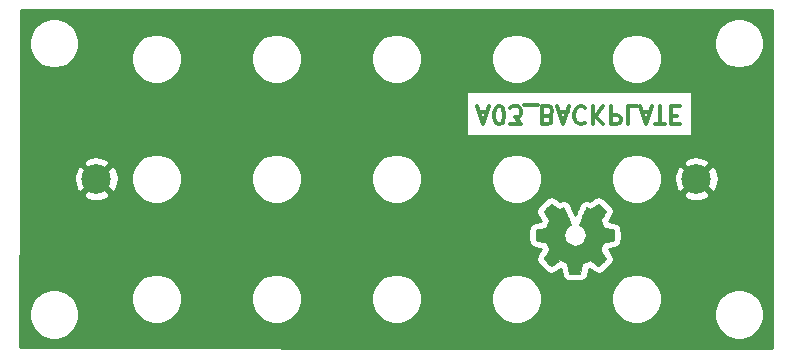
<source format=gbr>
G04 #@! TF.GenerationSoftware,KiCad,Pcbnew,5.1.5-52549c5~86~ubuntu18.04.1*
G04 #@! TF.CreationDate,2020-08-28T13:38:28-05:00*
G04 #@! TF.ProjectId,A03,4130332e-6b69-4636-9164-5f7063625858,rev?*
G04 #@! TF.SameCoordinates,Original*
G04 #@! TF.FileFunction,Copper,L2,Bot*
G04 #@! TF.FilePolarity,Positive*
%FSLAX46Y46*%
G04 Gerber Fmt 4.6, Leading zero omitted, Abs format (unit mm)*
G04 Created by KiCad (PCBNEW 5.1.5-52549c5~86~ubuntu18.04.1) date 2020-08-28 13:38:28*
%MOMM*%
%LPD*%
G04 APERTURE LIST*
%ADD10C,0.300000*%
%ADD11C,0.010000*%
%ADD12C,2.499360*%
%ADD13C,0.254000*%
G04 APERTURE END LIST*
D10*
X61273800Y-28274200D02*
X61988085Y-28274200D01*
X61130942Y-27845628D02*
X61630942Y-29345628D01*
X62130942Y-27845628D01*
X62916657Y-29345628D02*
X63059514Y-29345628D01*
X63202371Y-29274200D01*
X63273800Y-29202771D01*
X63345228Y-29059914D01*
X63416657Y-28774200D01*
X63416657Y-28417057D01*
X63345228Y-28131342D01*
X63273800Y-27988485D01*
X63202371Y-27917057D01*
X63059514Y-27845628D01*
X62916657Y-27845628D01*
X62773800Y-27917057D01*
X62702371Y-27988485D01*
X62630942Y-28131342D01*
X62559514Y-28417057D01*
X62559514Y-28774200D01*
X62630942Y-29059914D01*
X62702371Y-29202771D01*
X62773800Y-29274200D01*
X62916657Y-29345628D01*
X63916657Y-29345628D02*
X64845228Y-29345628D01*
X64345228Y-28774200D01*
X64559514Y-28774200D01*
X64702371Y-28702771D01*
X64773800Y-28631342D01*
X64845228Y-28488485D01*
X64845228Y-28131342D01*
X64773800Y-27988485D01*
X64702371Y-27917057D01*
X64559514Y-27845628D01*
X64130942Y-27845628D01*
X63988085Y-27917057D01*
X63916657Y-27988485D01*
X65130942Y-27702771D02*
X66273800Y-27702771D01*
X67130942Y-28631342D02*
X67345228Y-28559914D01*
X67416657Y-28488485D01*
X67488085Y-28345628D01*
X67488085Y-28131342D01*
X67416657Y-27988485D01*
X67345228Y-27917057D01*
X67202371Y-27845628D01*
X66630942Y-27845628D01*
X66630942Y-29345628D01*
X67130942Y-29345628D01*
X67273800Y-29274200D01*
X67345228Y-29202771D01*
X67416657Y-29059914D01*
X67416657Y-28917057D01*
X67345228Y-28774200D01*
X67273800Y-28702771D01*
X67130942Y-28631342D01*
X66630942Y-28631342D01*
X68059514Y-28274200D02*
X68773800Y-28274200D01*
X67916657Y-27845628D02*
X68416657Y-29345628D01*
X68916657Y-27845628D01*
X70273800Y-27988485D02*
X70202371Y-27917057D01*
X69988085Y-27845628D01*
X69845228Y-27845628D01*
X69630942Y-27917057D01*
X69488085Y-28059914D01*
X69416657Y-28202771D01*
X69345228Y-28488485D01*
X69345228Y-28702771D01*
X69416657Y-28988485D01*
X69488085Y-29131342D01*
X69630942Y-29274200D01*
X69845228Y-29345628D01*
X69988085Y-29345628D01*
X70202371Y-29274200D01*
X70273800Y-29202771D01*
X70916657Y-27845628D02*
X70916657Y-29345628D01*
X71773800Y-27845628D02*
X71130942Y-28702771D01*
X71773800Y-29345628D02*
X70916657Y-28488485D01*
X72416657Y-27845628D02*
X72416657Y-29345628D01*
X72988085Y-29345628D01*
X73130942Y-29274200D01*
X73202371Y-29202771D01*
X73273800Y-29059914D01*
X73273800Y-28845628D01*
X73202371Y-28702771D01*
X73130942Y-28631342D01*
X72988085Y-28559914D01*
X72416657Y-28559914D01*
X74630942Y-27845628D02*
X73916657Y-27845628D01*
X73916657Y-29345628D01*
X75059514Y-28274200D02*
X75773800Y-28274200D01*
X74916657Y-27845628D02*
X75416657Y-29345628D01*
X75916657Y-27845628D01*
X76202371Y-29345628D02*
X77059514Y-29345628D01*
X76630942Y-27845628D02*
X76630942Y-29345628D01*
X77559514Y-28631342D02*
X78059514Y-28631342D01*
X78273800Y-27845628D02*
X77559514Y-27845628D01*
X77559514Y-29345628D01*
X78273800Y-29345628D01*
D11*
G36*
X69948614Y-41570869D02*
G01*
X70032435Y-41126245D01*
X70341720Y-40998747D01*
X70651006Y-40871249D01*
X71022046Y-41123554D01*
X71125957Y-41193804D01*
X71219887Y-41256528D01*
X71299452Y-41308862D01*
X71360270Y-41347943D01*
X71397957Y-41370907D01*
X71408221Y-41375858D01*
X71426710Y-41363124D01*
X71466220Y-41327918D01*
X71522322Y-41274738D01*
X71590587Y-41208082D01*
X71666586Y-41132446D01*
X71745892Y-41052328D01*
X71824075Y-40972226D01*
X71896707Y-40896636D01*
X71959359Y-40830055D01*
X72007603Y-40776982D01*
X72037010Y-40741913D01*
X72044041Y-40730177D01*
X72033923Y-40708540D01*
X72005559Y-40661138D01*
X71961929Y-40592607D01*
X71906018Y-40507585D01*
X71840806Y-40410707D01*
X71803019Y-40355450D01*
X71734143Y-40254552D01*
X71672940Y-40163501D01*
X71622378Y-40086830D01*
X71585428Y-40029072D01*
X71565058Y-39994757D01*
X71561997Y-39987546D01*
X71568936Y-39967052D01*
X71587851Y-39919287D01*
X71615887Y-39850968D01*
X71650191Y-39768811D01*
X71687909Y-39679530D01*
X71726187Y-39589842D01*
X71762170Y-39506462D01*
X71793006Y-39436106D01*
X71815839Y-39385490D01*
X71827817Y-39361329D01*
X71828524Y-39360378D01*
X71847331Y-39355764D01*
X71897418Y-39345472D01*
X71973593Y-39330513D01*
X72070665Y-39311899D01*
X72183443Y-39290641D01*
X72249242Y-39278382D01*
X72369750Y-39255438D01*
X72478597Y-39233605D01*
X72570276Y-39214078D01*
X72639281Y-39198052D01*
X72680104Y-39186721D01*
X72688311Y-39183126D01*
X72696348Y-39158794D01*
X72702833Y-39103841D01*
X72707770Y-39024692D01*
X72711164Y-38927774D01*
X72713018Y-38819513D01*
X72713338Y-38706335D01*
X72712127Y-38594665D01*
X72709390Y-38490932D01*
X72705131Y-38401559D01*
X72699355Y-38332974D01*
X72692067Y-38291603D01*
X72687695Y-38282990D01*
X72661564Y-38272667D01*
X72606193Y-38257908D01*
X72528907Y-38240448D01*
X72437030Y-38222020D01*
X72404958Y-38216059D01*
X72250324Y-38187734D01*
X72128175Y-38164924D01*
X72034473Y-38146720D01*
X71965184Y-38132217D01*
X71916271Y-38120508D01*
X71883697Y-38110685D01*
X71863428Y-38101844D01*
X71851426Y-38093076D01*
X71849747Y-38091343D01*
X71832984Y-38063429D01*
X71807414Y-38009105D01*
X71775588Y-37935023D01*
X71740060Y-37847835D01*
X71703383Y-37754192D01*
X71668111Y-37660748D01*
X71636796Y-37574153D01*
X71611993Y-37501060D01*
X71596254Y-37448122D01*
X71592132Y-37421989D01*
X71592476Y-37421074D01*
X71606441Y-37399714D01*
X71638122Y-37352716D01*
X71684191Y-37284973D01*
X71741318Y-37201377D01*
X71806173Y-37106818D01*
X71824643Y-37079946D01*
X71890499Y-36982525D01*
X71948450Y-36893637D01*
X71995338Y-36818388D01*
X72028007Y-36761880D01*
X72043300Y-36729219D01*
X72044041Y-36725207D01*
X72031192Y-36704116D01*
X71995688Y-36662336D01*
X71942093Y-36604355D01*
X71874971Y-36534665D01*
X71798887Y-36457755D01*
X71718404Y-36378117D01*
X71638087Y-36300239D01*
X71562499Y-36228614D01*
X71496205Y-36167730D01*
X71443769Y-36122079D01*
X71409755Y-36096150D01*
X71400345Y-36091917D01*
X71378443Y-36101888D01*
X71333600Y-36128780D01*
X71273121Y-36168064D01*
X71226589Y-36199683D01*
X71142275Y-36257702D01*
X71042426Y-36326016D01*
X70942273Y-36394221D01*
X70888427Y-36430725D01*
X70706171Y-36554000D01*
X70553181Y-36471280D01*
X70483482Y-36435041D01*
X70424214Y-36406874D01*
X70384111Y-36390809D01*
X70373903Y-36388574D01*
X70361629Y-36405078D01*
X70337413Y-36451718D01*
X70303063Y-36524191D01*
X70260388Y-36618194D01*
X70211194Y-36729426D01*
X70157290Y-36853585D01*
X70100484Y-36986368D01*
X70042582Y-37123473D01*
X69985393Y-37260598D01*
X69930724Y-37393442D01*
X69880384Y-37517702D01*
X69836180Y-37629075D01*
X69799919Y-37723261D01*
X69773409Y-37795956D01*
X69758458Y-37842859D01*
X69756054Y-37858967D01*
X69775111Y-37879514D01*
X69816836Y-37912867D01*
X69872506Y-37952098D01*
X69877178Y-37955201D01*
X70021064Y-38070377D01*
X70137083Y-38204747D01*
X70224230Y-38354016D01*
X70281499Y-38513887D01*
X70307886Y-38680063D01*
X70302385Y-38848248D01*
X70263990Y-39014145D01*
X70191695Y-39173458D01*
X70170426Y-39208313D01*
X70059796Y-39349063D01*
X69929102Y-39462086D01*
X69782864Y-39546797D01*
X69625608Y-39602606D01*
X69461857Y-39628926D01*
X69296133Y-39625170D01*
X69132962Y-39590750D01*
X68976865Y-39525077D01*
X68832367Y-39427565D01*
X68787669Y-39387987D01*
X68673912Y-39264097D01*
X68591018Y-39133676D01*
X68534156Y-38987485D01*
X68502487Y-38842712D01*
X68494669Y-38679940D01*
X68520738Y-38516360D01*
X68578045Y-38357502D01*
X68663944Y-38208894D01*
X68775786Y-38076065D01*
X68910923Y-37964544D01*
X68928683Y-37952789D01*
X68984950Y-37914292D01*
X69027723Y-37880937D01*
X69048172Y-37859640D01*
X69048469Y-37858967D01*
X69044079Y-37835929D01*
X69026676Y-37783643D01*
X68998068Y-37706410D01*
X68960065Y-37608532D01*
X68914474Y-37494309D01*
X68863103Y-37368042D01*
X68807762Y-37234033D01*
X68750258Y-37096582D01*
X68692401Y-36959992D01*
X68635998Y-36828563D01*
X68582858Y-36706595D01*
X68534790Y-36598391D01*
X68493601Y-36508251D01*
X68461101Y-36440477D01*
X68439097Y-36399370D01*
X68430236Y-36388574D01*
X68403160Y-36396981D01*
X68352497Y-36419528D01*
X68286983Y-36452187D01*
X68250959Y-36471280D01*
X68097968Y-36554000D01*
X67915712Y-36430725D01*
X67822675Y-36367572D01*
X67720815Y-36298073D01*
X67625362Y-36232635D01*
X67577550Y-36199683D01*
X67510305Y-36154527D01*
X67453364Y-36118743D01*
X67414154Y-36096862D01*
X67401419Y-36092237D01*
X67382883Y-36104715D01*
X67341859Y-36139548D01*
X67282325Y-36193122D01*
X67208258Y-36261817D01*
X67123635Y-36342019D01*
X67070115Y-36393514D01*
X66976481Y-36485514D01*
X66895559Y-36567801D01*
X66830623Y-36636855D01*
X66784942Y-36689156D01*
X66761789Y-36721184D01*
X66759568Y-36727684D01*
X66769876Y-36752406D01*
X66798361Y-36802395D01*
X66841863Y-36872588D01*
X66897223Y-36957925D01*
X66961280Y-37053344D01*
X66979497Y-37079946D01*
X67045873Y-37176633D01*
X67105422Y-37263683D01*
X67154816Y-37336205D01*
X67190725Y-37389307D01*
X67209819Y-37418097D01*
X67211664Y-37421074D01*
X67208905Y-37444018D01*
X67194262Y-37494464D01*
X67170287Y-37565759D01*
X67139534Y-37651253D01*
X67104556Y-37744293D01*
X67067907Y-37838226D01*
X67032139Y-37926401D01*
X66999806Y-38002166D01*
X66973462Y-38058869D01*
X66955658Y-38089857D01*
X66954393Y-38091343D01*
X66943506Y-38100199D01*
X66925118Y-38108957D01*
X66895194Y-38118523D01*
X66849697Y-38129804D01*
X66784591Y-38143707D01*
X66695839Y-38161137D01*
X66579407Y-38183002D01*
X66431258Y-38210209D01*
X66399182Y-38216059D01*
X66304114Y-38234426D01*
X66221235Y-38252395D01*
X66157870Y-38268231D01*
X66121342Y-38280200D01*
X66116444Y-38282990D01*
X66108373Y-38307728D01*
X66101813Y-38363010D01*
X66096767Y-38442411D01*
X66093241Y-38539504D01*
X66091239Y-38647862D01*
X66090764Y-38761060D01*
X66091823Y-38872672D01*
X66094418Y-38976271D01*
X66098554Y-39065432D01*
X66104237Y-39133728D01*
X66111469Y-39174734D01*
X66115829Y-39183126D01*
X66140102Y-39191592D01*
X66195374Y-39205365D01*
X66276138Y-39223250D01*
X66376888Y-39244052D01*
X66492117Y-39266577D01*
X66554898Y-39278382D01*
X66674013Y-39300649D01*
X66780235Y-39320821D01*
X66868373Y-39337885D01*
X66933234Y-39350831D01*
X66969626Y-39358645D01*
X66975616Y-39360378D01*
X66985739Y-39379910D01*
X67007138Y-39426957D01*
X67036961Y-39494797D01*
X67072355Y-39576709D01*
X67110468Y-39665972D01*
X67148447Y-39755865D01*
X67183440Y-39839665D01*
X67212594Y-39910653D01*
X67233057Y-39962106D01*
X67241977Y-39987303D01*
X67242143Y-39988404D01*
X67232031Y-40008281D01*
X67203683Y-40054023D01*
X67160077Y-40121083D01*
X67104194Y-40204916D01*
X67039013Y-40300974D01*
X67001121Y-40356150D01*
X66932075Y-40457319D01*
X66870750Y-40549170D01*
X66820137Y-40627056D01*
X66783229Y-40686331D01*
X66763018Y-40722349D01*
X66760099Y-40730423D01*
X66772647Y-40749216D01*
X66807337Y-40789343D01*
X66859737Y-40846307D01*
X66925416Y-40915615D01*
X66999944Y-40992769D01*
X67078887Y-41073275D01*
X67157817Y-41152637D01*
X67232300Y-41226360D01*
X67297906Y-41289948D01*
X67350204Y-41338906D01*
X67384761Y-41368739D01*
X67396322Y-41375858D01*
X67415146Y-41365847D01*
X67460169Y-41337722D01*
X67527013Y-41294346D01*
X67611301Y-41238582D01*
X67708656Y-41173294D01*
X67782093Y-41123554D01*
X68153133Y-40871249D01*
X68771705Y-41126245D01*
X68855525Y-41570869D01*
X68939346Y-42015493D01*
X69864794Y-42015493D01*
X69948614Y-41570869D01*
G37*
X69948614Y-41570869D02*
X70032435Y-41126245D01*
X70341720Y-40998747D01*
X70651006Y-40871249D01*
X71022046Y-41123554D01*
X71125957Y-41193804D01*
X71219887Y-41256528D01*
X71299452Y-41308862D01*
X71360270Y-41347943D01*
X71397957Y-41370907D01*
X71408221Y-41375858D01*
X71426710Y-41363124D01*
X71466220Y-41327918D01*
X71522322Y-41274738D01*
X71590587Y-41208082D01*
X71666586Y-41132446D01*
X71745892Y-41052328D01*
X71824075Y-40972226D01*
X71896707Y-40896636D01*
X71959359Y-40830055D01*
X72007603Y-40776982D01*
X72037010Y-40741913D01*
X72044041Y-40730177D01*
X72033923Y-40708540D01*
X72005559Y-40661138D01*
X71961929Y-40592607D01*
X71906018Y-40507585D01*
X71840806Y-40410707D01*
X71803019Y-40355450D01*
X71734143Y-40254552D01*
X71672940Y-40163501D01*
X71622378Y-40086830D01*
X71585428Y-40029072D01*
X71565058Y-39994757D01*
X71561997Y-39987546D01*
X71568936Y-39967052D01*
X71587851Y-39919287D01*
X71615887Y-39850968D01*
X71650191Y-39768811D01*
X71687909Y-39679530D01*
X71726187Y-39589842D01*
X71762170Y-39506462D01*
X71793006Y-39436106D01*
X71815839Y-39385490D01*
X71827817Y-39361329D01*
X71828524Y-39360378D01*
X71847331Y-39355764D01*
X71897418Y-39345472D01*
X71973593Y-39330513D01*
X72070665Y-39311899D01*
X72183443Y-39290641D01*
X72249242Y-39278382D01*
X72369750Y-39255438D01*
X72478597Y-39233605D01*
X72570276Y-39214078D01*
X72639281Y-39198052D01*
X72680104Y-39186721D01*
X72688311Y-39183126D01*
X72696348Y-39158794D01*
X72702833Y-39103841D01*
X72707770Y-39024692D01*
X72711164Y-38927774D01*
X72713018Y-38819513D01*
X72713338Y-38706335D01*
X72712127Y-38594665D01*
X72709390Y-38490932D01*
X72705131Y-38401559D01*
X72699355Y-38332974D01*
X72692067Y-38291603D01*
X72687695Y-38282990D01*
X72661564Y-38272667D01*
X72606193Y-38257908D01*
X72528907Y-38240448D01*
X72437030Y-38222020D01*
X72404958Y-38216059D01*
X72250324Y-38187734D01*
X72128175Y-38164924D01*
X72034473Y-38146720D01*
X71965184Y-38132217D01*
X71916271Y-38120508D01*
X71883697Y-38110685D01*
X71863428Y-38101844D01*
X71851426Y-38093076D01*
X71849747Y-38091343D01*
X71832984Y-38063429D01*
X71807414Y-38009105D01*
X71775588Y-37935023D01*
X71740060Y-37847835D01*
X71703383Y-37754192D01*
X71668111Y-37660748D01*
X71636796Y-37574153D01*
X71611993Y-37501060D01*
X71596254Y-37448122D01*
X71592132Y-37421989D01*
X71592476Y-37421074D01*
X71606441Y-37399714D01*
X71638122Y-37352716D01*
X71684191Y-37284973D01*
X71741318Y-37201377D01*
X71806173Y-37106818D01*
X71824643Y-37079946D01*
X71890499Y-36982525D01*
X71948450Y-36893637D01*
X71995338Y-36818388D01*
X72028007Y-36761880D01*
X72043300Y-36729219D01*
X72044041Y-36725207D01*
X72031192Y-36704116D01*
X71995688Y-36662336D01*
X71942093Y-36604355D01*
X71874971Y-36534665D01*
X71798887Y-36457755D01*
X71718404Y-36378117D01*
X71638087Y-36300239D01*
X71562499Y-36228614D01*
X71496205Y-36167730D01*
X71443769Y-36122079D01*
X71409755Y-36096150D01*
X71400345Y-36091917D01*
X71378443Y-36101888D01*
X71333600Y-36128780D01*
X71273121Y-36168064D01*
X71226589Y-36199683D01*
X71142275Y-36257702D01*
X71042426Y-36326016D01*
X70942273Y-36394221D01*
X70888427Y-36430725D01*
X70706171Y-36554000D01*
X70553181Y-36471280D01*
X70483482Y-36435041D01*
X70424214Y-36406874D01*
X70384111Y-36390809D01*
X70373903Y-36388574D01*
X70361629Y-36405078D01*
X70337413Y-36451718D01*
X70303063Y-36524191D01*
X70260388Y-36618194D01*
X70211194Y-36729426D01*
X70157290Y-36853585D01*
X70100484Y-36986368D01*
X70042582Y-37123473D01*
X69985393Y-37260598D01*
X69930724Y-37393442D01*
X69880384Y-37517702D01*
X69836180Y-37629075D01*
X69799919Y-37723261D01*
X69773409Y-37795956D01*
X69758458Y-37842859D01*
X69756054Y-37858967D01*
X69775111Y-37879514D01*
X69816836Y-37912867D01*
X69872506Y-37952098D01*
X69877178Y-37955201D01*
X70021064Y-38070377D01*
X70137083Y-38204747D01*
X70224230Y-38354016D01*
X70281499Y-38513887D01*
X70307886Y-38680063D01*
X70302385Y-38848248D01*
X70263990Y-39014145D01*
X70191695Y-39173458D01*
X70170426Y-39208313D01*
X70059796Y-39349063D01*
X69929102Y-39462086D01*
X69782864Y-39546797D01*
X69625608Y-39602606D01*
X69461857Y-39628926D01*
X69296133Y-39625170D01*
X69132962Y-39590750D01*
X68976865Y-39525077D01*
X68832367Y-39427565D01*
X68787669Y-39387987D01*
X68673912Y-39264097D01*
X68591018Y-39133676D01*
X68534156Y-38987485D01*
X68502487Y-38842712D01*
X68494669Y-38679940D01*
X68520738Y-38516360D01*
X68578045Y-38357502D01*
X68663944Y-38208894D01*
X68775786Y-38076065D01*
X68910923Y-37964544D01*
X68928683Y-37952789D01*
X68984950Y-37914292D01*
X69027723Y-37880937D01*
X69048172Y-37859640D01*
X69048469Y-37858967D01*
X69044079Y-37835929D01*
X69026676Y-37783643D01*
X68998068Y-37706410D01*
X68960065Y-37608532D01*
X68914474Y-37494309D01*
X68863103Y-37368042D01*
X68807762Y-37234033D01*
X68750258Y-37096582D01*
X68692401Y-36959992D01*
X68635998Y-36828563D01*
X68582858Y-36706595D01*
X68534790Y-36598391D01*
X68493601Y-36508251D01*
X68461101Y-36440477D01*
X68439097Y-36399370D01*
X68430236Y-36388574D01*
X68403160Y-36396981D01*
X68352497Y-36419528D01*
X68286983Y-36452187D01*
X68250959Y-36471280D01*
X68097968Y-36554000D01*
X67915712Y-36430725D01*
X67822675Y-36367572D01*
X67720815Y-36298073D01*
X67625362Y-36232635D01*
X67577550Y-36199683D01*
X67510305Y-36154527D01*
X67453364Y-36118743D01*
X67414154Y-36096862D01*
X67401419Y-36092237D01*
X67382883Y-36104715D01*
X67341859Y-36139548D01*
X67282325Y-36193122D01*
X67208258Y-36261817D01*
X67123635Y-36342019D01*
X67070115Y-36393514D01*
X66976481Y-36485514D01*
X66895559Y-36567801D01*
X66830623Y-36636855D01*
X66784942Y-36689156D01*
X66761789Y-36721184D01*
X66759568Y-36727684D01*
X66769876Y-36752406D01*
X66798361Y-36802395D01*
X66841863Y-36872588D01*
X66897223Y-36957925D01*
X66961280Y-37053344D01*
X66979497Y-37079946D01*
X67045873Y-37176633D01*
X67105422Y-37263683D01*
X67154816Y-37336205D01*
X67190725Y-37389307D01*
X67209819Y-37418097D01*
X67211664Y-37421074D01*
X67208905Y-37444018D01*
X67194262Y-37494464D01*
X67170287Y-37565759D01*
X67139534Y-37651253D01*
X67104556Y-37744293D01*
X67067907Y-37838226D01*
X67032139Y-37926401D01*
X66999806Y-38002166D01*
X66973462Y-38058869D01*
X66955658Y-38089857D01*
X66954393Y-38091343D01*
X66943506Y-38100199D01*
X66925118Y-38108957D01*
X66895194Y-38118523D01*
X66849697Y-38129804D01*
X66784591Y-38143707D01*
X66695839Y-38161137D01*
X66579407Y-38183002D01*
X66431258Y-38210209D01*
X66399182Y-38216059D01*
X66304114Y-38234426D01*
X66221235Y-38252395D01*
X66157870Y-38268231D01*
X66121342Y-38280200D01*
X66116444Y-38282990D01*
X66108373Y-38307728D01*
X66101813Y-38363010D01*
X66096767Y-38442411D01*
X66093241Y-38539504D01*
X66091239Y-38647862D01*
X66090764Y-38761060D01*
X66091823Y-38872672D01*
X66094418Y-38976271D01*
X66098554Y-39065432D01*
X66104237Y-39133728D01*
X66111469Y-39174734D01*
X66115829Y-39183126D01*
X66140102Y-39191592D01*
X66195374Y-39205365D01*
X66276138Y-39223250D01*
X66376888Y-39244052D01*
X66492117Y-39266577D01*
X66554898Y-39278382D01*
X66674013Y-39300649D01*
X66780235Y-39320821D01*
X66868373Y-39337885D01*
X66933234Y-39350831D01*
X66969626Y-39358645D01*
X66975616Y-39360378D01*
X66985739Y-39379910D01*
X67007138Y-39426957D01*
X67036961Y-39494797D01*
X67072355Y-39576709D01*
X67110468Y-39665972D01*
X67148447Y-39755865D01*
X67183440Y-39839665D01*
X67212594Y-39910653D01*
X67233057Y-39962106D01*
X67241977Y-39987303D01*
X67242143Y-39988404D01*
X67232031Y-40008281D01*
X67203683Y-40054023D01*
X67160077Y-40121083D01*
X67104194Y-40204916D01*
X67039013Y-40300974D01*
X67001121Y-40356150D01*
X66932075Y-40457319D01*
X66870750Y-40549170D01*
X66820137Y-40627056D01*
X66783229Y-40686331D01*
X66763018Y-40722349D01*
X66760099Y-40730423D01*
X66772647Y-40749216D01*
X66807337Y-40789343D01*
X66859737Y-40846307D01*
X66925416Y-40915615D01*
X66999944Y-40992769D01*
X67078887Y-41073275D01*
X67157817Y-41152637D01*
X67232300Y-41226360D01*
X67297906Y-41289948D01*
X67350204Y-41338906D01*
X67384761Y-41368739D01*
X67396322Y-41375858D01*
X67415146Y-41365847D01*
X67460169Y-41337722D01*
X67527013Y-41294346D01*
X67611301Y-41238582D01*
X67708656Y-41173294D01*
X67782093Y-41123554D01*
X68153133Y-40871249D01*
X68771705Y-41126245D01*
X68855525Y-41570869D01*
X68939346Y-42015493D01*
X69864794Y-42015493D01*
X69948614Y-41570869D01*
D12*
X79690000Y-33970000D03*
X28890000Y-33970000D03*
D13*
G36*
X86080600Y-19659499D02*
G01*
X86080600Y-48290000D01*
X66834851Y-48290000D01*
X22450000Y-48184154D01*
X22450000Y-45239721D01*
X23155000Y-45239721D01*
X23155000Y-45660279D01*
X23237047Y-46072756D01*
X23397988Y-46461302D01*
X23631637Y-46810983D01*
X23929017Y-47108363D01*
X24278698Y-47342012D01*
X24667244Y-47502953D01*
X25079721Y-47585000D01*
X25500279Y-47585000D01*
X25912756Y-47502953D01*
X26301302Y-47342012D01*
X26650983Y-47108363D01*
X26948363Y-46810983D01*
X27182012Y-46461302D01*
X27342953Y-46072756D01*
X27425000Y-45660279D01*
X27425000Y-45239721D01*
X27342953Y-44827244D01*
X27182012Y-44438698D01*
X26948363Y-44089017D01*
X26779067Y-43919721D01*
X31835000Y-43919721D01*
X31835000Y-44340279D01*
X31917047Y-44752756D01*
X32077988Y-45141302D01*
X32311637Y-45490983D01*
X32609017Y-45788363D01*
X32958698Y-46022012D01*
X33347244Y-46182953D01*
X33759721Y-46265000D01*
X34180279Y-46265000D01*
X34592756Y-46182953D01*
X34981302Y-46022012D01*
X35330983Y-45788363D01*
X35628363Y-45490983D01*
X35862012Y-45141302D01*
X36022953Y-44752756D01*
X36105000Y-44340279D01*
X36105000Y-43919721D01*
X41995000Y-43919721D01*
X41995000Y-44340279D01*
X42077047Y-44752756D01*
X42237988Y-45141302D01*
X42471637Y-45490983D01*
X42769017Y-45788363D01*
X43118698Y-46022012D01*
X43507244Y-46182953D01*
X43919721Y-46265000D01*
X44340279Y-46265000D01*
X44752756Y-46182953D01*
X45141302Y-46022012D01*
X45490983Y-45788363D01*
X45788363Y-45490983D01*
X46022012Y-45141302D01*
X46182953Y-44752756D01*
X46265000Y-44340279D01*
X46265000Y-43919721D01*
X52155000Y-43919721D01*
X52155000Y-44340279D01*
X52237047Y-44752756D01*
X52397988Y-45141302D01*
X52631637Y-45490983D01*
X52929017Y-45788363D01*
X53278698Y-46022012D01*
X53667244Y-46182953D01*
X54079721Y-46265000D01*
X54500279Y-46265000D01*
X54912756Y-46182953D01*
X55301302Y-46022012D01*
X55650983Y-45788363D01*
X55948363Y-45490983D01*
X56182012Y-45141302D01*
X56342953Y-44752756D01*
X56425000Y-44340279D01*
X56425000Y-43919721D01*
X62315000Y-43919721D01*
X62315000Y-44340279D01*
X62397047Y-44752756D01*
X62557988Y-45141302D01*
X62791637Y-45490983D01*
X63089017Y-45788363D01*
X63438698Y-46022012D01*
X63827244Y-46182953D01*
X64239721Y-46265000D01*
X64660279Y-46265000D01*
X65072756Y-46182953D01*
X65461302Y-46022012D01*
X65810983Y-45788363D01*
X66108363Y-45490983D01*
X66342012Y-45141302D01*
X66502953Y-44752756D01*
X66585000Y-44340279D01*
X66585000Y-43919721D01*
X72475000Y-43919721D01*
X72475000Y-44340279D01*
X72557047Y-44752756D01*
X72717988Y-45141302D01*
X72951637Y-45490983D01*
X73249017Y-45788363D01*
X73598698Y-46022012D01*
X73987244Y-46182953D01*
X74399721Y-46265000D01*
X74820279Y-46265000D01*
X75232756Y-46182953D01*
X75621302Y-46022012D01*
X75970983Y-45788363D01*
X76268363Y-45490983D01*
X76436250Y-45239721D01*
X81155000Y-45239721D01*
X81155000Y-45660279D01*
X81237047Y-46072756D01*
X81397988Y-46461302D01*
X81631637Y-46810983D01*
X81929017Y-47108363D01*
X82278698Y-47342012D01*
X82667244Y-47502953D01*
X83079721Y-47585000D01*
X83500279Y-47585000D01*
X83912756Y-47502953D01*
X84301302Y-47342012D01*
X84650983Y-47108363D01*
X84948363Y-46810983D01*
X85182012Y-46461302D01*
X85342953Y-46072756D01*
X85425000Y-45660279D01*
X85425000Y-45239721D01*
X85342953Y-44827244D01*
X85182012Y-44438698D01*
X84948363Y-44089017D01*
X84650983Y-43791637D01*
X84301302Y-43557988D01*
X83912756Y-43397047D01*
X83500279Y-43315000D01*
X83079721Y-43315000D01*
X82667244Y-43397047D01*
X82278698Y-43557988D01*
X81929017Y-43791637D01*
X81631637Y-44089017D01*
X81397988Y-44438698D01*
X81237047Y-44827244D01*
X81155000Y-45239721D01*
X76436250Y-45239721D01*
X76502012Y-45141302D01*
X76662953Y-44752756D01*
X76745000Y-44340279D01*
X76745000Y-43919721D01*
X76662953Y-43507244D01*
X76502012Y-43118698D01*
X76268363Y-42769017D01*
X75970983Y-42471637D01*
X75621302Y-42237988D01*
X75232756Y-42077047D01*
X74820279Y-41995000D01*
X74399721Y-41995000D01*
X73987244Y-42077047D01*
X73598698Y-42237988D01*
X73249017Y-42471637D01*
X72951637Y-42769017D01*
X72717988Y-43118698D01*
X72557047Y-43507244D01*
X72475000Y-43919721D01*
X66585000Y-43919721D01*
X66502953Y-43507244D01*
X66342012Y-43118698D01*
X66108363Y-42769017D01*
X65810983Y-42471637D01*
X65461302Y-42237988D01*
X65072756Y-42077047D01*
X64660279Y-41995000D01*
X64239721Y-41995000D01*
X63827244Y-42077047D01*
X63438698Y-42237988D01*
X63089017Y-42471637D01*
X62791637Y-42769017D01*
X62557988Y-43118698D01*
X62397047Y-43507244D01*
X62315000Y-43919721D01*
X56425000Y-43919721D01*
X56342953Y-43507244D01*
X56182012Y-43118698D01*
X55948363Y-42769017D01*
X55650983Y-42471637D01*
X55301302Y-42237988D01*
X54912756Y-42077047D01*
X54500279Y-41995000D01*
X54079721Y-41995000D01*
X53667244Y-42077047D01*
X53278698Y-42237988D01*
X52929017Y-42471637D01*
X52631637Y-42769017D01*
X52397988Y-43118698D01*
X52237047Y-43507244D01*
X52155000Y-43919721D01*
X46265000Y-43919721D01*
X46182953Y-43507244D01*
X46022012Y-43118698D01*
X45788363Y-42769017D01*
X45490983Y-42471637D01*
X45141302Y-42237988D01*
X44752756Y-42077047D01*
X44340279Y-41995000D01*
X43919721Y-41995000D01*
X43507244Y-42077047D01*
X43118698Y-42237988D01*
X42769017Y-42471637D01*
X42471637Y-42769017D01*
X42237988Y-43118698D01*
X42077047Y-43507244D01*
X41995000Y-43919721D01*
X36105000Y-43919721D01*
X36022953Y-43507244D01*
X35862012Y-43118698D01*
X35628363Y-42769017D01*
X35330983Y-42471637D01*
X34981302Y-42237988D01*
X34592756Y-42077047D01*
X34180279Y-41995000D01*
X33759721Y-41995000D01*
X33347244Y-42077047D01*
X32958698Y-42237988D01*
X32609017Y-42471637D01*
X32311637Y-42769017D01*
X32077988Y-43118698D01*
X31917047Y-43507244D01*
X31835000Y-43919721D01*
X26779067Y-43919721D01*
X26650983Y-43791637D01*
X26301302Y-43557988D01*
X25912756Y-43397047D01*
X25500279Y-43315000D01*
X25079721Y-43315000D01*
X24667244Y-43397047D01*
X24278698Y-43557988D01*
X23929017Y-43791637D01*
X23631637Y-44089017D01*
X23397988Y-44438698D01*
X23237047Y-44827244D01*
X23155000Y-45239721D01*
X22450000Y-45239721D01*
X22450000Y-42125216D01*
X22461866Y-38758196D01*
X65450770Y-38758196D01*
X65450793Y-38767132D01*
X65451852Y-38878744D01*
X65451907Y-38879251D01*
X65451862Y-38879763D01*
X65452024Y-38888698D01*
X65454619Y-38992297D01*
X65454908Y-38994636D01*
X65454753Y-38996998D01*
X65455105Y-39005927D01*
X65459241Y-39095089D01*
X65460288Y-39102305D01*
X65460079Y-39109593D01*
X65460758Y-39118504D01*
X65466441Y-39186800D01*
X65470911Y-39211259D01*
X65472473Y-39236075D01*
X65473964Y-39244886D01*
X65481196Y-39285892D01*
X65489393Y-39315247D01*
X65494608Y-39345269D01*
X65506148Y-39375249D01*
X65514790Y-39406196D01*
X65528531Y-39433396D01*
X65532107Y-39442685D01*
X65536607Y-39455343D01*
X65537660Y-39457111D01*
X65539479Y-39461837D01*
X65543544Y-39469795D01*
X65547904Y-39478187D01*
X65562457Y-39500550D01*
X65571112Y-39517683D01*
X65582107Y-39531755D01*
X65600512Y-39562664D01*
X65609063Y-39572170D01*
X65616031Y-39582878D01*
X65646429Y-39614078D01*
X65648015Y-39616108D01*
X65650477Y-39618233D01*
X65650742Y-39618505D01*
X65684045Y-39655528D01*
X65694282Y-39663194D01*
X65703196Y-39672343D01*
X65744192Y-39700568D01*
X65784026Y-39730397D01*
X65795542Y-39735922D01*
X65806076Y-39743174D01*
X65851778Y-39762900D01*
X65858187Y-39765974D01*
X65859622Y-39766857D01*
X65861420Y-39767525D01*
X65896643Y-39784423D01*
X65905060Y-39787424D01*
X65929333Y-39795890D01*
X65953442Y-39801735D01*
X65976699Y-39810381D01*
X65985355Y-39812602D01*
X66040627Y-39826375D01*
X66044545Y-39826953D01*
X66048289Y-39828234D01*
X66057000Y-39830227D01*
X66137764Y-39848112D01*
X66137875Y-39848125D01*
X66137987Y-39848162D01*
X66146726Y-39850029D01*
X66247476Y-39870831D01*
X66247591Y-39870843D01*
X66254105Y-39872164D01*
X66369334Y-39894689D01*
X66369495Y-39894704D01*
X66373848Y-39895554D01*
X66436628Y-39907359D01*
X66436672Y-39907363D01*
X66437296Y-39907484D01*
X66521860Y-39923292D01*
X66510417Y-39940157D01*
X66473549Y-39993841D01*
X66473500Y-39993929D01*
X66472499Y-39995375D01*
X66403453Y-40096544D01*
X66403392Y-40096656D01*
X66399807Y-40101946D01*
X66338481Y-40193797D01*
X66338451Y-40193853D01*
X66334106Y-40200440D01*
X66283492Y-40278326D01*
X66282696Y-40279861D01*
X66281622Y-40281220D01*
X66276847Y-40288773D01*
X66239939Y-40348047D01*
X66235442Y-40357142D01*
X66229523Y-40365380D01*
X66225096Y-40373142D01*
X66204885Y-40409160D01*
X66185544Y-40453224D01*
X66183857Y-40456639D01*
X66171279Y-40479644D01*
X66169133Y-40486462D01*
X66164241Y-40496371D01*
X66161144Y-40504754D01*
X66158225Y-40512827D01*
X66156630Y-40519097D01*
X66154682Y-40523534D01*
X66149149Y-40548495D01*
X66147202Y-40556147D01*
X66133782Y-40598789D01*
X66131829Y-40616562D01*
X66127424Y-40633876D01*
X66125026Y-40678493D01*
X66120142Y-40722949D01*
X66121679Y-40740763D01*
X66120720Y-40758602D01*
X66127035Y-40802844D01*
X66130878Y-40847393D01*
X66135844Y-40864561D01*
X66138369Y-40882255D01*
X66153163Y-40924444D01*
X66165582Y-40967381D01*
X66173788Y-40983259D01*
X66179702Y-41000124D01*
X66202399Y-41038620D01*
X66210320Y-41053946D01*
X66212046Y-41057965D01*
X66213470Y-41060041D01*
X66222929Y-41078344D01*
X66227840Y-41085810D01*
X66240388Y-41104603D01*
X66262739Y-41131880D01*
X66282691Y-41160973D01*
X66288488Y-41167774D01*
X66323178Y-41207901D01*
X66327107Y-41211637D01*
X66330309Y-41216010D01*
X66336313Y-41222628D01*
X66388713Y-41279592D01*
X66388920Y-41279777D01*
X66389089Y-41280001D01*
X66395190Y-41286530D01*
X66460869Y-41355838D01*
X66460974Y-41355929D01*
X66465102Y-41360262D01*
X66539630Y-41437416D01*
X66539749Y-41437517D01*
X66542982Y-41440860D01*
X66621925Y-41521366D01*
X66622043Y-41521465D01*
X66625105Y-41524587D01*
X66704035Y-41603949D01*
X66704159Y-41604051D01*
X66707595Y-41607500D01*
X66782078Y-41681223D01*
X66782173Y-41681301D01*
X66786875Y-41685921D01*
X66852481Y-41749509D01*
X66853331Y-41750185D01*
X66854042Y-41751018D01*
X66860523Y-41757170D01*
X66912821Y-41806128D01*
X66919522Y-41811272D01*
X66925258Y-41817467D01*
X66931981Y-41823354D01*
X66966538Y-41853187D01*
X67004760Y-41880154D01*
X67041607Y-41908967D01*
X67049183Y-41913705D01*
X67060744Y-41920824D01*
X67066140Y-41923459D01*
X67068600Y-41925194D01*
X67076068Y-41928519D01*
X67088048Y-41936721D01*
X67131014Y-41955132D01*
X67172987Y-41975625D01*
X67188287Y-41979674D01*
X67202858Y-41985918D01*
X67248597Y-41995636D01*
X67293736Y-42007582D01*
X67309537Y-42008583D01*
X67325037Y-42011876D01*
X67371762Y-42012524D01*
X67418392Y-42015478D01*
X67434095Y-42013389D01*
X67449931Y-42013609D01*
X67495880Y-42005171D01*
X67542208Y-41999009D01*
X67557209Y-41993909D01*
X67572784Y-41991049D01*
X67616219Y-41973848D01*
X67660467Y-41958805D01*
X67674188Y-41950891D01*
X67688914Y-41945059D01*
X67696833Y-41940918D01*
X67715657Y-41930908D01*
X67730517Y-41921033D01*
X67746609Y-41913326D01*
X67754221Y-41908644D01*
X67799244Y-41880519D01*
X67800080Y-41879875D01*
X67801022Y-41879404D01*
X67808552Y-41874592D01*
X67875395Y-41831216D01*
X67875504Y-41831129D01*
X67880143Y-41828106D01*
X67964431Y-41772342D01*
X67964554Y-41772242D01*
X67967762Y-41770123D01*
X68065117Y-41704835D01*
X68065223Y-41704748D01*
X68067561Y-41703188D01*
X68140998Y-41653448D01*
X68141057Y-41653399D01*
X68141969Y-41652788D01*
X68210863Y-41605941D01*
X68226598Y-41689408D01*
X68226603Y-41689434D01*
X68310424Y-42134058D01*
X68310619Y-42134726D01*
X68310682Y-42135417D01*
X68328152Y-42194774D01*
X68345432Y-42253958D01*
X68345751Y-42254571D01*
X68345948Y-42255241D01*
X68374637Y-42310117D01*
X68403061Y-42364775D01*
X68403495Y-42365317D01*
X68403817Y-42365933D01*
X68442449Y-42413982D01*
X68481116Y-42462289D01*
X68481649Y-42462738D01*
X68482083Y-42463278D01*
X68529419Y-42502997D01*
X68576627Y-42542783D01*
X68577233Y-42543118D01*
X68577767Y-42543566D01*
X68632195Y-42573488D01*
X68685953Y-42603193D01*
X68686610Y-42603403D01*
X68687223Y-42603740D01*
X68746270Y-42622470D01*
X68804930Y-42641218D01*
X68805621Y-42641297D01*
X68806283Y-42641507D01*
X68867685Y-42648395D01*
X68929027Y-42655410D01*
X68929719Y-42655353D01*
X68930410Y-42655431D01*
X68939346Y-42655493D01*
X69864794Y-42655493D01*
X69865484Y-42655425D01*
X69866179Y-42655492D01*
X69927854Y-42649310D01*
X69989104Y-42643304D01*
X69989768Y-42643104D01*
X69990462Y-42643034D01*
X70049610Y-42625036D01*
X70108679Y-42607202D01*
X70109294Y-42606875D01*
X70109958Y-42606673D01*
X70164418Y-42577566D01*
X70218965Y-42548563D01*
X70219503Y-42548124D01*
X70220117Y-42547796D01*
X70268078Y-42508507D01*
X70315760Y-42469618D01*
X70316200Y-42469086D01*
X70316742Y-42468642D01*
X70356207Y-42420726D01*
X70395378Y-42373376D01*
X70395708Y-42372766D01*
X70396151Y-42372228D01*
X70425378Y-42317892D01*
X70454786Y-42263503D01*
X70454993Y-42262835D01*
X70455321Y-42262225D01*
X70473421Y-42203302D01*
X70491722Y-42144183D01*
X70491795Y-42143491D01*
X70491999Y-42142826D01*
X70493716Y-42134057D01*
X70577536Y-41689432D01*
X70593276Y-41605941D01*
X70662169Y-41652788D01*
X70662252Y-41652833D01*
X70663598Y-41653757D01*
X70767508Y-41724006D01*
X70767640Y-41724077D01*
X70770541Y-41726044D01*
X70864471Y-41788768D01*
X70864609Y-41788842D01*
X70868186Y-41791230D01*
X70947751Y-41843564D01*
X70947852Y-41843617D01*
X70953469Y-41847282D01*
X71014287Y-41886363D01*
X71017126Y-41887817D01*
X71019650Y-41889772D01*
X71027249Y-41894475D01*
X71064936Y-41917439D01*
X71089130Y-41929112D01*
X71111880Y-41943411D01*
X71119901Y-41947349D01*
X71130166Y-41952300D01*
X71148596Y-41959063D01*
X71165953Y-41968231D01*
X71177157Y-41971580D01*
X71177434Y-41971714D01*
X71178726Y-41972050D01*
X71207109Y-41980534D01*
X71247426Y-41995329D01*
X71266811Y-41998382D01*
X71285626Y-42004007D01*
X71328401Y-42008083D01*
X71370811Y-42014763D01*
X71390420Y-42013993D01*
X71409969Y-42015856D01*
X71452705Y-42011548D01*
X71495621Y-42009863D01*
X71514716Y-42005297D01*
X71534245Y-42003328D01*
X71575318Y-41990804D01*
X71617102Y-41980812D01*
X71634953Y-41972621D01*
X71653721Y-41966898D01*
X71691581Y-41946635D01*
X71730627Y-41928718D01*
X71746536Y-41917223D01*
X71763846Y-41907959D01*
X71771241Y-41902941D01*
X71789730Y-41890207D01*
X71816828Y-41867342D01*
X71845771Y-41846848D01*
X71852484Y-41840949D01*
X71891994Y-41805743D01*
X71895663Y-41801766D01*
X71899983Y-41798503D01*
X71906511Y-41792401D01*
X71962613Y-41739220D01*
X71962788Y-41739018D01*
X71963005Y-41738849D01*
X71969442Y-41732651D01*
X72037706Y-41665995D01*
X72037795Y-41665889D01*
X72042051Y-41661712D01*
X72118049Y-41586077D01*
X72118148Y-41585957D01*
X72121433Y-41582684D01*
X72200739Y-41502566D01*
X72200841Y-41502441D01*
X72203893Y-41499357D01*
X72282077Y-41419255D01*
X72282178Y-41419129D01*
X72285563Y-41415655D01*
X72358195Y-41340064D01*
X72358268Y-41339971D01*
X72362799Y-41335223D01*
X72425451Y-41268642D01*
X72426092Y-41267812D01*
X72426883Y-41267116D01*
X72432939Y-41260545D01*
X72481183Y-41207472D01*
X72486168Y-41200777D01*
X72492216Y-41195014D01*
X72498005Y-41188207D01*
X72527412Y-41153138D01*
X72553437Y-41115102D01*
X72581378Y-41078459D01*
X72586024Y-41070826D01*
X72593055Y-41059090D01*
X72595954Y-41052965D01*
X72597946Y-41050053D01*
X72603788Y-41036411D01*
X72617832Y-41006734D01*
X72643363Y-40954708D01*
X72644539Y-40950300D01*
X72646485Y-40946188D01*
X72660608Y-40890068D01*
X72675560Y-40834023D01*
X72675857Y-40829472D01*
X72676968Y-40825059D01*
X72679925Y-40767215D01*
X72683704Y-40709382D01*
X72683112Y-40704865D01*
X72683345Y-40700315D01*
X72675002Y-40642953D01*
X72667481Y-40585534D01*
X72666024Y-40581220D01*
X72665368Y-40576709D01*
X72646056Y-40522096D01*
X72640386Y-40505307D01*
X72639435Y-40501284D01*
X72637858Y-40497823D01*
X72627514Y-40467195D01*
X72623785Y-40459074D01*
X72613667Y-40437437D01*
X72599319Y-40413235D01*
X72587648Y-40387620D01*
X72583113Y-40379921D01*
X72554749Y-40332519D01*
X72552122Y-40328968D01*
X72550180Y-40325001D01*
X72545433Y-40317429D01*
X72501803Y-40248898D01*
X72501645Y-40248697D01*
X72501525Y-40248460D01*
X72496667Y-40240960D01*
X72440756Y-40155938D01*
X72440684Y-40155848D01*
X72436940Y-40150203D01*
X72371728Y-40053325D01*
X72371627Y-40053203D01*
X72369094Y-40049443D01*
X72331307Y-39994185D01*
X72282835Y-39923177D01*
X72301726Y-39919616D01*
X72366463Y-39907555D01*
X72366579Y-39907522D01*
X72368944Y-39907088D01*
X72489452Y-39884144D01*
X72489577Y-39884107D01*
X72495617Y-39882939D01*
X72604464Y-39861106D01*
X72604539Y-39861083D01*
X72611922Y-39859564D01*
X72703600Y-39840037D01*
X72704942Y-39839611D01*
X72706341Y-39839447D01*
X72715059Y-39837486D01*
X72784064Y-39821460D01*
X72792754Y-39818523D01*
X72801824Y-39817068D01*
X72810451Y-39814737D01*
X72851273Y-39803407D01*
X72889526Y-39788637D01*
X72928684Y-39776474D01*
X72936894Y-39772945D01*
X72945101Y-39769350D01*
X72957149Y-39762602D01*
X72970086Y-39757759D01*
X73011560Y-39732123D01*
X73054075Y-39708308D01*
X73064581Y-39699349D01*
X73076333Y-39692085D01*
X73112040Y-39658879D01*
X73149118Y-39627262D01*
X73157683Y-39616434D01*
X73167801Y-39607025D01*
X73196371Y-39567525D01*
X73226609Y-39529299D01*
X73232912Y-39517006D01*
X73241004Y-39505818D01*
X73261352Y-39461536D01*
X73283596Y-39418150D01*
X73287390Y-39404868D01*
X73293156Y-39392321D01*
X73296018Y-39383855D01*
X73304055Y-39359523D01*
X73317216Y-39301020D01*
X73330829Y-39242667D01*
X73331436Y-39237815D01*
X73331470Y-39237663D01*
X73331474Y-39237510D01*
X73331938Y-39233800D01*
X73338423Y-39178847D01*
X73338684Y-39165622D01*
X73340973Y-39152599D01*
X73341592Y-39143684D01*
X73346529Y-39064535D01*
X73346377Y-39060254D01*
X73347003Y-39056019D01*
X73347378Y-39047091D01*
X73350772Y-38950173D01*
X73350693Y-38948916D01*
X73350855Y-38947666D01*
X73351070Y-38938733D01*
X73352924Y-38830471D01*
X73352916Y-38830366D01*
X73352928Y-38830258D01*
X73353015Y-38821323D01*
X73353334Y-38708337D01*
X73353335Y-38708332D01*
X73353335Y-38708145D01*
X73353334Y-38708137D01*
X73353300Y-38699395D01*
X73352089Y-38587725D01*
X73352035Y-38587226D01*
X73352078Y-38586719D01*
X73351904Y-38577784D01*
X73349167Y-38474051D01*
X73348878Y-38471734D01*
X73349028Y-38469396D01*
X73348665Y-38460467D01*
X73344406Y-38371095D01*
X73343362Y-38363966D01*
X73343562Y-38356760D01*
X73342873Y-38347851D01*
X73337097Y-38279265D01*
X73332673Y-38255191D01*
X73331139Y-38230751D01*
X73329650Y-38221940D01*
X73322362Y-38180569D01*
X73314964Y-38154056D01*
X73310511Y-38126902D01*
X73298220Y-38094049D01*
X73288791Y-38060259D01*
X73280210Y-38043264D01*
X73277499Y-38034531D01*
X73272498Y-38025299D01*
X73266743Y-38009916D01*
X73262754Y-38001920D01*
X73258382Y-37993307D01*
X73242031Y-37967654D01*
X73232491Y-37948760D01*
X73227750Y-37942690D01*
X73218007Y-37924703D01*
X73203481Y-37907171D01*
X73191247Y-37887977D01*
X73163731Y-37859196D01*
X73138315Y-37828521D01*
X73120658Y-37814143D01*
X73104931Y-37797693D01*
X73072345Y-37774801D01*
X73041459Y-37749651D01*
X73021354Y-37738980D01*
X73002724Y-37725893D01*
X72966308Y-37709766D01*
X72931130Y-37691095D01*
X72922842Y-37687754D01*
X72896711Y-37677431D01*
X72865379Y-37668473D01*
X72835018Y-37656620D01*
X72826399Y-37654258D01*
X72771028Y-37639499D01*
X72763314Y-37638232D01*
X72755927Y-37635670D01*
X72747224Y-37633640D01*
X72669938Y-37616180D01*
X72666660Y-37615770D01*
X72663516Y-37614764D01*
X72654767Y-37612946D01*
X72562890Y-37594518D01*
X72562823Y-37594511D01*
X72562753Y-37594490D01*
X72553979Y-37592796D01*
X72521907Y-37586835D01*
X72521817Y-37586827D01*
X72520271Y-37586533D01*
X72366822Y-37558425D01*
X72309882Y-37547792D01*
X72300753Y-37524485D01*
X72298987Y-37519805D01*
X72333962Y-37468811D01*
X72333963Y-37468810D01*
X72352071Y-37442465D01*
X72352147Y-37442328D01*
X72354862Y-37438371D01*
X72420718Y-37340950D01*
X72421135Y-37340180D01*
X72421691Y-37339506D01*
X72426623Y-37332054D01*
X72484574Y-37243166D01*
X72485544Y-37241303D01*
X72486853Y-37239647D01*
X72491631Y-37232096D01*
X72538519Y-37156846D01*
X72541237Y-37151354D01*
X72544881Y-37146417D01*
X72549407Y-37138712D01*
X72582076Y-37082204D01*
X72591662Y-37061104D01*
X72603770Y-37041339D01*
X72607616Y-37033273D01*
X72622909Y-37000612D01*
X72627818Y-36986743D01*
X72634735Y-36973768D01*
X72648620Y-36927965D01*
X72664583Y-36882863D01*
X72666702Y-36868319D01*
X72670972Y-36854235D01*
X72672656Y-36845458D01*
X72673397Y-36841446D01*
X72676908Y-36800193D01*
X72683135Y-36759254D01*
X72682192Y-36738091D01*
X72683988Y-36716990D01*
X72679420Y-36675849D01*
X72677577Y-36634472D01*
X72672541Y-36613892D01*
X72670204Y-36592847D01*
X72657727Y-36553360D01*
X72647886Y-36513146D01*
X72638955Y-36493950D01*
X72632571Y-36473745D01*
X72612662Y-36437435D01*
X72595198Y-36399897D01*
X72590602Y-36392233D01*
X72577752Y-36371142D01*
X72550217Y-36334536D01*
X72524624Y-36296532D01*
X72518885Y-36289682D01*
X72483381Y-36247902D01*
X72476970Y-36241702D01*
X72471683Y-36234517D01*
X72465663Y-36227913D01*
X72412068Y-36169932D01*
X72410494Y-36168532D01*
X72409209Y-36166859D01*
X72403055Y-36160380D01*
X72335933Y-36090689D01*
X72335913Y-36090672D01*
X72329956Y-36084567D01*
X72253872Y-36007656D01*
X72253779Y-36007579D01*
X72249041Y-36002825D01*
X72168558Y-35923187D01*
X72168457Y-35923105D01*
X72163922Y-35918646D01*
X72083605Y-35840768D01*
X72083531Y-35840709D01*
X72078293Y-35835676D01*
X72002705Y-35764051D01*
X72002293Y-35763731D01*
X72001945Y-35763331D01*
X71995405Y-35757241D01*
X71929111Y-35696357D01*
X71925882Y-35693927D01*
X71923144Y-35690945D01*
X71916445Y-35685031D01*
X71864009Y-35639380D01*
X71850671Y-35629886D01*
X71838834Y-35618567D01*
X71831765Y-35613101D01*
X71797751Y-35587172D01*
X71792512Y-35583934D01*
X71787923Y-35579828D01*
X71752610Y-35558927D01*
X71742542Y-35551083D01*
X71725386Y-35542446D01*
X71691501Y-35521503D01*
X71685736Y-35519345D01*
X71680435Y-35516208D01*
X71672311Y-35512485D01*
X71662901Y-35508252D01*
X71646468Y-35502715D01*
X71630976Y-35494916D01*
X71590190Y-35483588D01*
X71574518Y-35477723D01*
X71570175Y-35477010D01*
X71544533Y-35468371D01*
X71527338Y-35466132D01*
X71510626Y-35461490D01*
X71465521Y-35458081D01*
X71420673Y-35452240D01*
X71403369Y-35453383D01*
X71386075Y-35452076D01*
X71341173Y-35457492D01*
X71296038Y-35460474D01*
X71279282Y-35464958D01*
X71262067Y-35467034D01*
X71219068Y-35481069D01*
X71175377Y-35492760D01*
X71159818Y-35500409D01*
X71143327Y-35505792D01*
X71135169Y-35509438D01*
X71113267Y-35519409D01*
X71085827Y-35535301D01*
X71056985Y-35548476D01*
X71049290Y-35553018D01*
X71004447Y-35579910D01*
X70998799Y-35584097D01*
X70992506Y-35587249D01*
X70984978Y-35592065D01*
X70924499Y-35631349D01*
X70922786Y-35632717D01*
X70920845Y-35633740D01*
X70913419Y-35638711D01*
X70866888Y-35670330D01*
X70866774Y-35670425D01*
X70863785Y-35672451D01*
X70780096Y-35730040D01*
X70681792Y-35797297D01*
X70660232Y-35811980D01*
X70622105Y-35796706D01*
X70575607Y-35783170D01*
X70544398Y-35772576D01*
X70535640Y-35769347D01*
X70534221Y-35769121D01*
X70529710Y-35767590D01*
X70520994Y-35765619D01*
X70510786Y-35763384D01*
X70505483Y-35762756D01*
X70502177Y-35761794D01*
X70483347Y-35760136D01*
X70461414Y-35757541D01*
X70412285Y-35749726D01*
X70399474Y-35750210D01*
X70386745Y-35748703D01*
X70337178Y-35752561D01*
X70287467Y-35754437D01*
X70274989Y-35757401D01*
X70262216Y-35758395D01*
X70214340Y-35771807D01*
X70165942Y-35783303D01*
X70154284Y-35788631D01*
X70141940Y-35792089D01*
X70097577Y-35814548D01*
X70052338Y-35835223D01*
X70041933Y-35842717D01*
X70030500Y-35848505D01*
X69991341Y-35879155D01*
X69950983Y-35908222D01*
X69942235Y-35917590D01*
X69932141Y-35925491D01*
X69899689Y-35963154D01*
X69865736Y-35999515D01*
X69860354Y-36006648D01*
X69848080Y-36023152D01*
X69823905Y-36063325D01*
X69797800Y-36102263D01*
X69793627Y-36110165D01*
X69769411Y-36156805D01*
X69766743Y-36163461D01*
X69762968Y-36169560D01*
X69759085Y-36177608D01*
X69724735Y-36250081D01*
X69724465Y-36250834D01*
X69724054Y-36251522D01*
X69720303Y-36259633D01*
X69677628Y-36353636D01*
X69677584Y-36353765D01*
X69675076Y-36359331D01*
X69625882Y-36470563D01*
X69625833Y-36470713D01*
X69624134Y-36474553D01*
X69570230Y-36598711D01*
X69570185Y-36598851D01*
X69568875Y-36601855D01*
X69512069Y-36734638D01*
X69512026Y-36734773D01*
X69510905Y-36737378D01*
X69453003Y-36874483D01*
X69452964Y-36874608D01*
X69451895Y-36877122D01*
X69402101Y-36996515D01*
X69399306Y-36989746D01*
X69399240Y-36989622D01*
X69398176Y-36987028D01*
X69340672Y-36849577D01*
X69340607Y-36849456D01*
X69339570Y-36846960D01*
X69281713Y-36710370D01*
X69281646Y-36710246D01*
X69280530Y-36707596D01*
X69224127Y-36576166D01*
X69224056Y-36576038D01*
X69222729Y-36572932D01*
X69169588Y-36450964D01*
X69169515Y-36450833D01*
X69167743Y-36446768D01*
X69119675Y-36338565D01*
X69119616Y-36338461D01*
X69116897Y-36332400D01*
X69075708Y-36242260D01*
X69074974Y-36240996D01*
X69074489Y-36239606D01*
X69070681Y-36231522D01*
X69038180Y-36163747D01*
X69033126Y-36155409D01*
X69029511Y-36146351D01*
X69025349Y-36138443D01*
X69003345Y-36097336D01*
X68971056Y-36049029D01*
X68939424Y-36000279D01*
X68933940Y-35993503D01*
X68933933Y-35993492D01*
X68933925Y-35993484D01*
X68933802Y-35993332D01*
X68924941Y-35982536D01*
X68881310Y-35938872D01*
X68837762Y-35895095D01*
X68837164Y-35894692D01*
X68836653Y-35894181D01*
X68785434Y-35859864D01*
X68734150Y-35825336D01*
X68733482Y-35825056D01*
X68732885Y-35824656D01*
X68675851Y-35800889D01*
X68618962Y-35777033D01*
X68618260Y-35776889D01*
X68617589Y-35776610D01*
X68556984Y-35764366D01*
X68496586Y-35752022D01*
X68495862Y-35752018D01*
X68495156Y-35751875D01*
X68433478Y-35751636D01*
X68371681Y-35751259D01*
X68370972Y-35751395D01*
X68370251Y-35751392D01*
X68309808Y-35763117D01*
X68249008Y-35774769D01*
X68247705Y-35775164D01*
X68247631Y-35775178D01*
X68247554Y-35775209D01*
X68240456Y-35777359D01*
X68213380Y-35785766D01*
X68182782Y-35798659D01*
X68151131Y-35808694D01*
X68143799Y-35811896D01*
X68082072Y-35769780D01*
X67988088Y-35705349D01*
X67940736Y-35672715D01*
X67940677Y-35672682D01*
X67934340Y-35668363D01*
X67867094Y-35623207D01*
X67862481Y-35620725D01*
X67858377Y-35617455D01*
X67850844Y-35612648D01*
X67793903Y-35576864D01*
X67782966Y-35571400D01*
X67773012Y-35564283D01*
X67765239Y-35559874D01*
X67726029Y-35537993D01*
X67683028Y-35519239D01*
X67658289Y-35506980D01*
X67649970Y-35502472D01*
X67647886Y-35501825D01*
X67641001Y-35498413D01*
X67632623Y-35495305D01*
X67619888Y-35490680D01*
X67614213Y-35489227D01*
X67611537Y-35488060D01*
X67598441Y-35485189D01*
X67574988Y-35479185D01*
X67530684Y-35465426D01*
X67514568Y-35463717D01*
X67498884Y-35459702D01*
X67452608Y-35457148D01*
X67406473Y-35452256D01*
X67390331Y-35453710D01*
X67374168Y-35452818D01*
X67328273Y-35459301D01*
X67282071Y-35463463D01*
X67266526Y-35468023D01*
X67250489Y-35470288D01*
X67206707Y-35485569D01*
X67162215Y-35498620D01*
X67147853Y-35506111D01*
X67132560Y-35511449D01*
X67092597Y-35534933D01*
X67084645Y-35539081D01*
X67079130Y-35541392D01*
X67075388Y-35543910D01*
X67051469Y-35556386D01*
X67044022Y-35561325D01*
X67025486Y-35573803D01*
X67001408Y-35593685D01*
X66975498Y-35611118D01*
X66968646Y-35616855D01*
X66927622Y-35651687D01*
X66924310Y-35655109D01*
X66920434Y-35657882D01*
X66913750Y-35663814D01*
X66854217Y-35717388D01*
X66853988Y-35717638D01*
X66853707Y-35717846D01*
X66847113Y-35723877D01*
X66773047Y-35792572D01*
X66772975Y-35792653D01*
X66768007Y-35797297D01*
X66683383Y-35877499D01*
X66683275Y-35877624D01*
X66679896Y-35880830D01*
X66626376Y-35932325D01*
X66626301Y-35932413D01*
X66621567Y-35937000D01*
X66527933Y-36029000D01*
X66527273Y-36029790D01*
X66526473Y-36030439D01*
X66520164Y-36036766D01*
X66439242Y-36119053D01*
X66437547Y-36121152D01*
X66435489Y-36122901D01*
X66429322Y-36129368D01*
X66364386Y-36198422D01*
X66359921Y-36204212D01*
X66354523Y-36209152D01*
X66348598Y-36215842D01*
X66302917Y-36268143D01*
X66288382Y-36288494D01*
X66271559Y-36307006D01*
X66266274Y-36314212D01*
X66243121Y-36346239D01*
X66230847Y-36367275D01*
X66230023Y-36368265D01*
X66228411Y-36371225D01*
X66212427Y-36392855D01*
X66197639Y-36424188D01*
X66180172Y-36454124D01*
X66174778Y-36469734D01*
X66170296Y-36477966D01*
X66166442Y-36490289D01*
X66159116Y-36505812D01*
X66156168Y-36514248D01*
X66153946Y-36520748D01*
X66147069Y-36549919D01*
X66139377Y-36572180D01*
X66138225Y-36580518D01*
X66133015Y-36597179D01*
X66130550Y-36619994D01*
X66125287Y-36642321D01*
X66123859Y-36681933D01*
X66122566Y-36693897D01*
X66122288Y-36695911D01*
X66122309Y-36696275D01*
X66119599Y-36721362D01*
X66121613Y-36744220D01*
X66120786Y-36767146D01*
X66127081Y-36806295D01*
X66130560Y-36845787D01*
X66136973Y-36867811D01*
X66140616Y-36890469D01*
X66154395Y-36927647D01*
X66165478Y-36965712D01*
X66168860Y-36973984D01*
X66179168Y-36998706D01*
X66195665Y-37029428D01*
X66209447Y-37061468D01*
X66213817Y-37069263D01*
X66242302Y-37119252D01*
X66246550Y-37125258D01*
X66249707Y-37131909D01*
X66254362Y-37139538D01*
X66297864Y-37209730D01*
X66299170Y-37211440D01*
X66300135Y-37213368D01*
X66304946Y-37220898D01*
X66360306Y-37306235D01*
X66360659Y-37306678D01*
X66360926Y-37307191D01*
X66365856Y-37314644D01*
X66429912Y-37410063D01*
X66430005Y-37410176D01*
X66433228Y-37414953D01*
X66451445Y-37441555D01*
X66451476Y-37441592D01*
X66451865Y-37442167D01*
X66505158Y-37519797D01*
X66494228Y-37547810D01*
X66462453Y-37553778D01*
X66315962Y-37580680D01*
X66284353Y-37586445D01*
X66284238Y-37586478D01*
X66277780Y-37587679D01*
X66182712Y-37606046D01*
X66180035Y-37606841D01*
X66177253Y-37607125D01*
X66168507Y-37608958D01*
X66085627Y-37626927D01*
X66080300Y-37628641D01*
X66074745Y-37629385D01*
X66066061Y-37631492D01*
X66002696Y-37647328D01*
X65985247Y-37653552D01*
X65967100Y-37657324D01*
X65958589Y-37660048D01*
X65922061Y-37672017D01*
X65867344Y-37696084D01*
X65864518Y-37697299D01*
X65832572Y-37709390D01*
X65824056Y-37714697D01*
X65812367Y-37719723D01*
X65807869Y-37722244D01*
X65807726Y-37722307D01*
X65807601Y-37722394D01*
X65804572Y-37724092D01*
X65799673Y-37726882D01*
X65763833Y-37752227D01*
X65726565Y-37775452D01*
X65712933Y-37788222D01*
X65697691Y-37799001D01*
X65667460Y-37830821D01*
X65635409Y-37860846D01*
X65624517Y-37876021D01*
X65611659Y-37889555D01*
X65588176Y-37926653D01*
X65562576Y-37962320D01*
X65554843Y-37979312D01*
X65544853Y-37995094D01*
X65529024Y-38036045D01*
X65510838Y-38076006D01*
X65508008Y-38084482D01*
X65499937Y-38109220D01*
X65487297Y-38166382D01*
X65473947Y-38223445D01*
X65472983Y-38231113D01*
X65472968Y-38231180D01*
X65472967Y-38231241D01*
X65472832Y-38232312D01*
X65466272Y-38287594D01*
X65466006Y-38300645D01*
X65463730Y-38313505D01*
X65463101Y-38322420D01*
X65458055Y-38401820D01*
X65458200Y-38406061D01*
X65457575Y-38410256D01*
X65457189Y-38419184D01*
X65453663Y-38516277D01*
X65453739Y-38517512D01*
X65453577Y-38518749D01*
X65453350Y-38527682D01*
X65451348Y-38636040D01*
X65451356Y-38636139D01*
X65451344Y-38636241D01*
X65451245Y-38645176D01*
X65450771Y-38758188D01*
X65450770Y-38758196D01*
X22461866Y-38758196D01*
X22474112Y-35283377D01*
X27756229Y-35283377D01*
X27882104Y-35573315D01*
X28214262Y-35739139D01*
X28572387Y-35836975D01*
X28942719Y-35863065D01*
X29311025Y-35816405D01*
X29663151Y-35698789D01*
X29897896Y-35573315D01*
X30023771Y-35283377D01*
X28890000Y-34149605D01*
X27756229Y-35283377D01*
X22474112Y-35283377D01*
X22478555Y-34022719D01*
X26996935Y-34022719D01*
X27043595Y-34391025D01*
X27161211Y-34743151D01*
X27286685Y-34977896D01*
X27576623Y-35103771D01*
X28710395Y-33970000D01*
X29069605Y-33970000D01*
X30203377Y-35103771D01*
X30493315Y-34977896D01*
X30659139Y-34645738D01*
X30756975Y-34287613D01*
X30783065Y-33917281D01*
X30763105Y-33759721D01*
X31835000Y-33759721D01*
X31835000Y-34180279D01*
X31917047Y-34592756D01*
X32077988Y-34981302D01*
X32311637Y-35330983D01*
X32609017Y-35628363D01*
X32958698Y-35862012D01*
X33347244Y-36022953D01*
X33759721Y-36105000D01*
X34180279Y-36105000D01*
X34592756Y-36022953D01*
X34981302Y-35862012D01*
X35330983Y-35628363D01*
X35628363Y-35330983D01*
X35862012Y-34981302D01*
X36022953Y-34592756D01*
X36105000Y-34180279D01*
X36105000Y-33759721D01*
X41995000Y-33759721D01*
X41995000Y-34180279D01*
X42077047Y-34592756D01*
X42237988Y-34981302D01*
X42471637Y-35330983D01*
X42769017Y-35628363D01*
X43118698Y-35862012D01*
X43507244Y-36022953D01*
X43919721Y-36105000D01*
X44340279Y-36105000D01*
X44752756Y-36022953D01*
X45141302Y-35862012D01*
X45490983Y-35628363D01*
X45788363Y-35330983D01*
X46022012Y-34981302D01*
X46182953Y-34592756D01*
X46265000Y-34180279D01*
X46265000Y-33759721D01*
X52155000Y-33759721D01*
X52155000Y-34180279D01*
X52237047Y-34592756D01*
X52397988Y-34981302D01*
X52631637Y-35330983D01*
X52929017Y-35628363D01*
X53278698Y-35862012D01*
X53667244Y-36022953D01*
X54079721Y-36105000D01*
X54500279Y-36105000D01*
X54912756Y-36022953D01*
X55301302Y-35862012D01*
X55650983Y-35628363D01*
X55948363Y-35330983D01*
X56182012Y-34981302D01*
X56342953Y-34592756D01*
X56425000Y-34180279D01*
X56425000Y-33759721D01*
X62315000Y-33759721D01*
X62315000Y-34180279D01*
X62397047Y-34592756D01*
X62557988Y-34981302D01*
X62791637Y-35330983D01*
X63089017Y-35628363D01*
X63438698Y-35862012D01*
X63827244Y-36022953D01*
X64239721Y-36105000D01*
X64660279Y-36105000D01*
X65072756Y-36022953D01*
X65461302Y-35862012D01*
X65810983Y-35628363D01*
X66108363Y-35330983D01*
X66342012Y-34981302D01*
X66502953Y-34592756D01*
X66585000Y-34180279D01*
X66585000Y-33759721D01*
X72475000Y-33759721D01*
X72475000Y-34180279D01*
X72557047Y-34592756D01*
X72717988Y-34981302D01*
X72951637Y-35330983D01*
X73249017Y-35628363D01*
X73598698Y-35862012D01*
X73987244Y-36022953D01*
X74399721Y-36105000D01*
X74820279Y-36105000D01*
X75232756Y-36022953D01*
X75621302Y-35862012D01*
X75970983Y-35628363D01*
X76268363Y-35330983D01*
X76300172Y-35283377D01*
X78556229Y-35283377D01*
X78682104Y-35573315D01*
X79014262Y-35739139D01*
X79372387Y-35836975D01*
X79742719Y-35863065D01*
X80111025Y-35816405D01*
X80463151Y-35698789D01*
X80697896Y-35573315D01*
X80823771Y-35283377D01*
X79690000Y-34149605D01*
X78556229Y-35283377D01*
X76300172Y-35283377D01*
X76502012Y-34981302D01*
X76662953Y-34592756D01*
X76745000Y-34180279D01*
X76745000Y-34022719D01*
X77796935Y-34022719D01*
X77843595Y-34391025D01*
X77961211Y-34743151D01*
X78086685Y-34977896D01*
X78376623Y-35103771D01*
X79510395Y-33970000D01*
X79869605Y-33970000D01*
X81003377Y-35103771D01*
X81293315Y-34977896D01*
X81459139Y-34645738D01*
X81556975Y-34287613D01*
X81583065Y-33917281D01*
X81536405Y-33548975D01*
X81418789Y-33196849D01*
X81293315Y-32962104D01*
X81003377Y-32836229D01*
X79869605Y-33970000D01*
X79510395Y-33970000D01*
X78376623Y-32836229D01*
X78086685Y-32962104D01*
X77920861Y-33294262D01*
X77823025Y-33652387D01*
X77796935Y-34022719D01*
X76745000Y-34022719D01*
X76745000Y-33759721D01*
X76662953Y-33347244D01*
X76502012Y-32958698D01*
X76300173Y-32656623D01*
X78556229Y-32656623D01*
X79690000Y-33790395D01*
X80823771Y-32656623D01*
X80697896Y-32366685D01*
X80365738Y-32200861D01*
X80007613Y-32103025D01*
X79637281Y-32076935D01*
X79268975Y-32123595D01*
X78916849Y-32241211D01*
X78682104Y-32366685D01*
X78556229Y-32656623D01*
X76300173Y-32656623D01*
X76268363Y-32609017D01*
X75970983Y-32311637D01*
X75621302Y-32077988D01*
X75232756Y-31917047D01*
X74820279Y-31835000D01*
X74399721Y-31835000D01*
X73987244Y-31917047D01*
X73598698Y-32077988D01*
X73249017Y-32311637D01*
X72951637Y-32609017D01*
X72717988Y-32958698D01*
X72557047Y-33347244D01*
X72475000Y-33759721D01*
X66585000Y-33759721D01*
X66502953Y-33347244D01*
X66342012Y-32958698D01*
X66108363Y-32609017D01*
X65810983Y-32311637D01*
X65461302Y-32077988D01*
X65072756Y-31917047D01*
X64660279Y-31835000D01*
X64239721Y-31835000D01*
X63827244Y-31917047D01*
X63438698Y-32077988D01*
X63089017Y-32311637D01*
X62791637Y-32609017D01*
X62557988Y-32958698D01*
X62397047Y-33347244D01*
X62315000Y-33759721D01*
X56425000Y-33759721D01*
X56342953Y-33347244D01*
X56182012Y-32958698D01*
X55948363Y-32609017D01*
X55650983Y-32311637D01*
X55301302Y-32077988D01*
X54912756Y-31917047D01*
X54500279Y-31835000D01*
X54079721Y-31835000D01*
X53667244Y-31917047D01*
X53278698Y-32077988D01*
X52929017Y-32311637D01*
X52631637Y-32609017D01*
X52397988Y-32958698D01*
X52237047Y-33347244D01*
X52155000Y-33759721D01*
X46265000Y-33759721D01*
X46182953Y-33347244D01*
X46022012Y-32958698D01*
X45788363Y-32609017D01*
X45490983Y-32311637D01*
X45141302Y-32077988D01*
X44752756Y-31917047D01*
X44340279Y-31835000D01*
X43919721Y-31835000D01*
X43507244Y-31917047D01*
X43118698Y-32077988D01*
X42769017Y-32311637D01*
X42471637Y-32609017D01*
X42237988Y-32958698D01*
X42077047Y-33347244D01*
X41995000Y-33759721D01*
X36105000Y-33759721D01*
X36022953Y-33347244D01*
X35862012Y-32958698D01*
X35628363Y-32609017D01*
X35330983Y-32311637D01*
X34981302Y-32077988D01*
X34592756Y-31917047D01*
X34180279Y-31835000D01*
X33759721Y-31835000D01*
X33347244Y-31917047D01*
X32958698Y-32077988D01*
X32609017Y-32311637D01*
X32311637Y-32609017D01*
X32077988Y-32958698D01*
X31917047Y-33347244D01*
X31835000Y-33759721D01*
X30763105Y-33759721D01*
X30736405Y-33548975D01*
X30618789Y-33196849D01*
X30493315Y-32962104D01*
X30203377Y-32836229D01*
X29069605Y-33970000D01*
X28710395Y-33970000D01*
X27576623Y-32836229D01*
X27286685Y-32962104D01*
X27120861Y-33294262D01*
X27023025Y-33652387D01*
X26996935Y-34022719D01*
X22478555Y-34022719D01*
X22483369Y-32656623D01*
X27756229Y-32656623D01*
X28890000Y-33790395D01*
X30023771Y-32656623D01*
X29897896Y-32366685D01*
X29565738Y-32200861D01*
X29207613Y-32103025D01*
X28837281Y-32076935D01*
X28468975Y-32123595D01*
X28116849Y-32241211D01*
X27882104Y-32366685D01*
X27756229Y-32656623D01*
X22483369Y-32656623D01*
X22505087Y-26494200D01*
X60203085Y-26494200D01*
X60203085Y-30314200D01*
X79344514Y-30314200D01*
X79344514Y-26494200D01*
X60203085Y-26494200D01*
X22505087Y-26494200D01*
X22519940Y-22279721D01*
X23155000Y-22279721D01*
X23155000Y-22700279D01*
X23237047Y-23112756D01*
X23397988Y-23501302D01*
X23631637Y-23850983D01*
X23929017Y-24148363D01*
X24278698Y-24382012D01*
X24667244Y-24542953D01*
X25079721Y-24625000D01*
X25500279Y-24625000D01*
X25912756Y-24542953D01*
X26301302Y-24382012D01*
X26650983Y-24148363D01*
X26948363Y-23850983D01*
X27116250Y-23599721D01*
X31835000Y-23599721D01*
X31835000Y-24020279D01*
X31917047Y-24432756D01*
X32077988Y-24821302D01*
X32311637Y-25170983D01*
X32609017Y-25468363D01*
X32958698Y-25702012D01*
X33347244Y-25862953D01*
X33759721Y-25945000D01*
X34180279Y-25945000D01*
X34592756Y-25862953D01*
X34981302Y-25702012D01*
X35330983Y-25468363D01*
X35628363Y-25170983D01*
X35862012Y-24821302D01*
X36022953Y-24432756D01*
X36105000Y-24020279D01*
X36105000Y-23599721D01*
X41995000Y-23599721D01*
X41995000Y-24020279D01*
X42077047Y-24432756D01*
X42237988Y-24821302D01*
X42471637Y-25170983D01*
X42769017Y-25468363D01*
X43118698Y-25702012D01*
X43507244Y-25862953D01*
X43919721Y-25945000D01*
X44340279Y-25945000D01*
X44752756Y-25862953D01*
X45141302Y-25702012D01*
X45490983Y-25468363D01*
X45788363Y-25170983D01*
X46022012Y-24821302D01*
X46182953Y-24432756D01*
X46265000Y-24020279D01*
X46265000Y-23599721D01*
X52155000Y-23599721D01*
X52155000Y-24020279D01*
X52237047Y-24432756D01*
X52397988Y-24821302D01*
X52631637Y-25170983D01*
X52929017Y-25468363D01*
X53278698Y-25702012D01*
X53667244Y-25862953D01*
X54079721Y-25945000D01*
X54500279Y-25945000D01*
X54912756Y-25862953D01*
X55301302Y-25702012D01*
X55650983Y-25468363D01*
X55948363Y-25170983D01*
X56182012Y-24821302D01*
X56342953Y-24432756D01*
X56425000Y-24020279D01*
X56425000Y-23599721D01*
X62315000Y-23599721D01*
X62315000Y-24020279D01*
X62397047Y-24432756D01*
X62557988Y-24821302D01*
X62791637Y-25170983D01*
X63089017Y-25468363D01*
X63438698Y-25702012D01*
X63827244Y-25862953D01*
X64239721Y-25945000D01*
X64660279Y-25945000D01*
X65072756Y-25862953D01*
X65461302Y-25702012D01*
X65810983Y-25468363D01*
X66108363Y-25170983D01*
X66342012Y-24821302D01*
X66502953Y-24432756D01*
X66585000Y-24020279D01*
X66585000Y-23599721D01*
X72475000Y-23599721D01*
X72475000Y-24020279D01*
X72557047Y-24432756D01*
X72717988Y-24821302D01*
X72951637Y-25170983D01*
X73249017Y-25468363D01*
X73598698Y-25702012D01*
X73987244Y-25862953D01*
X74399721Y-25945000D01*
X74820279Y-25945000D01*
X75232756Y-25862953D01*
X75621302Y-25702012D01*
X75970983Y-25468363D01*
X76268363Y-25170983D01*
X76502012Y-24821302D01*
X76662953Y-24432756D01*
X76745000Y-24020279D01*
X76745000Y-23599721D01*
X76662953Y-23187244D01*
X76502012Y-22798698D01*
X76268363Y-22449017D01*
X76099067Y-22279721D01*
X81155000Y-22279721D01*
X81155000Y-22700279D01*
X81237047Y-23112756D01*
X81397988Y-23501302D01*
X81631637Y-23850983D01*
X81929017Y-24148363D01*
X82278698Y-24382012D01*
X82667244Y-24542953D01*
X83079721Y-24625000D01*
X83500279Y-24625000D01*
X83912756Y-24542953D01*
X84301302Y-24382012D01*
X84650983Y-24148363D01*
X84948363Y-23850983D01*
X85182012Y-23501302D01*
X85342953Y-23112756D01*
X85425000Y-22700279D01*
X85425000Y-22279721D01*
X85342953Y-21867244D01*
X85182012Y-21478698D01*
X84948363Y-21129017D01*
X84650983Y-20831637D01*
X84301302Y-20597988D01*
X83912756Y-20437047D01*
X83500279Y-20355000D01*
X83079721Y-20355000D01*
X82667244Y-20437047D01*
X82278698Y-20597988D01*
X81929017Y-20831637D01*
X81631637Y-21129017D01*
X81397988Y-21478698D01*
X81237047Y-21867244D01*
X81155000Y-22279721D01*
X76099067Y-22279721D01*
X75970983Y-22151637D01*
X75621302Y-21917988D01*
X75232756Y-21757047D01*
X74820279Y-21675000D01*
X74399721Y-21675000D01*
X73987244Y-21757047D01*
X73598698Y-21917988D01*
X73249017Y-22151637D01*
X72951637Y-22449017D01*
X72717988Y-22798698D01*
X72557047Y-23187244D01*
X72475000Y-23599721D01*
X66585000Y-23599721D01*
X66502953Y-23187244D01*
X66342012Y-22798698D01*
X66108363Y-22449017D01*
X65810983Y-22151637D01*
X65461302Y-21917988D01*
X65072756Y-21757047D01*
X64660279Y-21675000D01*
X64239721Y-21675000D01*
X63827244Y-21757047D01*
X63438698Y-21917988D01*
X63089017Y-22151637D01*
X62791637Y-22449017D01*
X62557988Y-22798698D01*
X62397047Y-23187244D01*
X62315000Y-23599721D01*
X56425000Y-23599721D01*
X56342953Y-23187244D01*
X56182012Y-22798698D01*
X55948363Y-22449017D01*
X55650983Y-22151637D01*
X55301302Y-21917988D01*
X54912756Y-21757047D01*
X54500279Y-21675000D01*
X54079721Y-21675000D01*
X53667244Y-21757047D01*
X53278698Y-21917988D01*
X52929017Y-22151637D01*
X52631637Y-22449017D01*
X52397988Y-22798698D01*
X52237047Y-23187244D01*
X52155000Y-23599721D01*
X46265000Y-23599721D01*
X46182953Y-23187244D01*
X46022012Y-22798698D01*
X45788363Y-22449017D01*
X45490983Y-22151637D01*
X45141302Y-21917988D01*
X44752756Y-21757047D01*
X44340279Y-21675000D01*
X43919721Y-21675000D01*
X43507244Y-21757047D01*
X43118698Y-21917988D01*
X42769017Y-22151637D01*
X42471637Y-22449017D01*
X42237988Y-22798698D01*
X42077047Y-23187244D01*
X41995000Y-23599721D01*
X36105000Y-23599721D01*
X36022953Y-23187244D01*
X35862012Y-22798698D01*
X35628363Y-22449017D01*
X35330983Y-22151637D01*
X34981302Y-21917988D01*
X34592756Y-21757047D01*
X34180279Y-21675000D01*
X33759721Y-21675000D01*
X33347244Y-21757047D01*
X32958698Y-21917988D01*
X32609017Y-22151637D01*
X32311637Y-22449017D01*
X32077988Y-22798698D01*
X31917047Y-23187244D01*
X31835000Y-23599721D01*
X27116250Y-23599721D01*
X27182012Y-23501302D01*
X27342953Y-23112756D01*
X27425000Y-22700279D01*
X27425000Y-22279721D01*
X27342953Y-21867244D01*
X27182012Y-21478698D01*
X26948363Y-21129017D01*
X26650983Y-20831637D01*
X26301302Y-20597988D01*
X25912756Y-20437047D01*
X25500279Y-20355000D01*
X25079721Y-20355000D01*
X24667244Y-20437047D01*
X24278698Y-20597988D01*
X23929017Y-20831637D01*
X23631637Y-21129017D01*
X23397988Y-21478698D01*
X23237047Y-21867244D01*
X23155000Y-22279721D01*
X22519940Y-22279721D01*
X22529208Y-19650000D01*
X74149826Y-19650000D01*
X86080600Y-19659499D01*
G37*
X86080600Y-19659499D02*
X86080600Y-48290000D01*
X66834851Y-48290000D01*
X22450000Y-48184154D01*
X22450000Y-45239721D01*
X23155000Y-45239721D01*
X23155000Y-45660279D01*
X23237047Y-46072756D01*
X23397988Y-46461302D01*
X23631637Y-46810983D01*
X23929017Y-47108363D01*
X24278698Y-47342012D01*
X24667244Y-47502953D01*
X25079721Y-47585000D01*
X25500279Y-47585000D01*
X25912756Y-47502953D01*
X26301302Y-47342012D01*
X26650983Y-47108363D01*
X26948363Y-46810983D01*
X27182012Y-46461302D01*
X27342953Y-46072756D01*
X27425000Y-45660279D01*
X27425000Y-45239721D01*
X27342953Y-44827244D01*
X27182012Y-44438698D01*
X26948363Y-44089017D01*
X26779067Y-43919721D01*
X31835000Y-43919721D01*
X31835000Y-44340279D01*
X31917047Y-44752756D01*
X32077988Y-45141302D01*
X32311637Y-45490983D01*
X32609017Y-45788363D01*
X32958698Y-46022012D01*
X33347244Y-46182953D01*
X33759721Y-46265000D01*
X34180279Y-46265000D01*
X34592756Y-46182953D01*
X34981302Y-46022012D01*
X35330983Y-45788363D01*
X35628363Y-45490983D01*
X35862012Y-45141302D01*
X36022953Y-44752756D01*
X36105000Y-44340279D01*
X36105000Y-43919721D01*
X41995000Y-43919721D01*
X41995000Y-44340279D01*
X42077047Y-44752756D01*
X42237988Y-45141302D01*
X42471637Y-45490983D01*
X42769017Y-45788363D01*
X43118698Y-46022012D01*
X43507244Y-46182953D01*
X43919721Y-46265000D01*
X44340279Y-46265000D01*
X44752756Y-46182953D01*
X45141302Y-46022012D01*
X45490983Y-45788363D01*
X45788363Y-45490983D01*
X46022012Y-45141302D01*
X46182953Y-44752756D01*
X46265000Y-44340279D01*
X46265000Y-43919721D01*
X52155000Y-43919721D01*
X52155000Y-44340279D01*
X52237047Y-44752756D01*
X52397988Y-45141302D01*
X52631637Y-45490983D01*
X52929017Y-45788363D01*
X53278698Y-46022012D01*
X53667244Y-46182953D01*
X54079721Y-46265000D01*
X54500279Y-46265000D01*
X54912756Y-46182953D01*
X55301302Y-46022012D01*
X55650983Y-45788363D01*
X55948363Y-45490983D01*
X56182012Y-45141302D01*
X56342953Y-44752756D01*
X56425000Y-44340279D01*
X56425000Y-43919721D01*
X62315000Y-43919721D01*
X62315000Y-44340279D01*
X62397047Y-44752756D01*
X62557988Y-45141302D01*
X62791637Y-45490983D01*
X63089017Y-45788363D01*
X63438698Y-46022012D01*
X63827244Y-46182953D01*
X64239721Y-46265000D01*
X64660279Y-46265000D01*
X65072756Y-46182953D01*
X65461302Y-46022012D01*
X65810983Y-45788363D01*
X66108363Y-45490983D01*
X66342012Y-45141302D01*
X66502953Y-44752756D01*
X66585000Y-44340279D01*
X66585000Y-43919721D01*
X72475000Y-43919721D01*
X72475000Y-44340279D01*
X72557047Y-44752756D01*
X72717988Y-45141302D01*
X72951637Y-45490983D01*
X73249017Y-45788363D01*
X73598698Y-46022012D01*
X73987244Y-46182953D01*
X74399721Y-46265000D01*
X74820279Y-46265000D01*
X75232756Y-46182953D01*
X75621302Y-46022012D01*
X75970983Y-45788363D01*
X76268363Y-45490983D01*
X76436250Y-45239721D01*
X81155000Y-45239721D01*
X81155000Y-45660279D01*
X81237047Y-46072756D01*
X81397988Y-46461302D01*
X81631637Y-46810983D01*
X81929017Y-47108363D01*
X82278698Y-47342012D01*
X82667244Y-47502953D01*
X83079721Y-47585000D01*
X83500279Y-47585000D01*
X83912756Y-47502953D01*
X84301302Y-47342012D01*
X84650983Y-47108363D01*
X84948363Y-46810983D01*
X85182012Y-46461302D01*
X85342953Y-46072756D01*
X85425000Y-45660279D01*
X85425000Y-45239721D01*
X85342953Y-44827244D01*
X85182012Y-44438698D01*
X84948363Y-44089017D01*
X84650983Y-43791637D01*
X84301302Y-43557988D01*
X83912756Y-43397047D01*
X83500279Y-43315000D01*
X83079721Y-43315000D01*
X82667244Y-43397047D01*
X82278698Y-43557988D01*
X81929017Y-43791637D01*
X81631637Y-44089017D01*
X81397988Y-44438698D01*
X81237047Y-44827244D01*
X81155000Y-45239721D01*
X76436250Y-45239721D01*
X76502012Y-45141302D01*
X76662953Y-44752756D01*
X76745000Y-44340279D01*
X76745000Y-43919721D01*
X76662953Y-43507244D01*
X76502012Y-43118698D01*
X76268363Y-42769017D01*
X75970983Y-42471637D01*
X75621302Y-42237988D01*
X75232756Y-42077047D01*
X74820279Y-41995000D01*
X74399721Y-41995000D01*
X73987244Y-42077047D01*
X73598698Y-42237988D01*
X73249017Y-42471637D01*
X72951637Y-42769017D01*
X72717988Y-43118698D01*
X72557047Y-43507244D01*
X72475000Y-43919721D01*
X66585000Y-43919721D01*
X66502953Y-43507244D01*
X66342012Y-43118698D01*
X66108363Y-42769017D01*
X65810983Y-42471637D01*
X65461302Y-42237988D01*
X65072756Y-42077047D01*
X64660279Y-41995000D01*
X64239721Y-41995000D01*
X63827244Y-42077047D01*
X63438698Y-42237988D01*
X63089017Y-42471637D01*
X62791637Y-42769017D01*
X62557988Y-43118698D01*
X62397047Y-43507244D01*
X62315000Y-43919721D01*
X56425000Y-43919721D01*
X56342953Y-43507244D01*
X56182012Y-43118698D01*
X55948363Y-42769017D01*
X55650983Y-42471637D01*
X55301302Y-42237988D01*
X54912756Y-42077047D01*
X54500279Y-41995000D01*
X54079721Y-41995000D01*
X53667244Y-42077047D01*
X53278698Y-42237988D01*
X52929017Y-42471637D01*
X52631637Y-42769017D01*
X52397988Y-43118698D01*
X52237047Y-43507244D01*
X52155000Y-43919721D01*
X46265000Y-43919721D01*
X46182953Y-43507244D01*
X46022012Y-43118698D01*
X45788363Y-42769017D01*
X45490983Y-42471637D01*
X45141302Y-42237988D01*
X44752756Y-42077047D01*
X44340279Y-41995000D01*
X43919721Y-41995000D01*
X43507244Y-42077047D01*
X43118698Y-42237988D01*
X42769017Y-42471637D01*
X42471637Y-42769017D01*
X42237988Y-43118698D01*
X42077047Y-43507244D01*
X41995000Y-43919721D01*
X36105000Y-43919721D01*
X36022953Y-43507244D01*
X35862012Y-43118698D01*
X35628363Y-42769017D01*
X35330983Y-42471637D01*
X34981302Y-42237988D01*
X34592756Y-42077047D01*
X34180279Y-41995000D01*
X33759721Y-41995000D01*
X33347244Y-42077047D01*
X32958698Y-42237988D01*
X32609017Y-42471637D01*
X32311637Y-42769017D01*
X32077988Y-43118698D01*
X31917047Y-43507244D01*
X31835000Y-43919721D01*
X26779067Y-43919721D01*
X26650983Y-43791637D01*
X26301302Y-43557988D01*
X25912756Y-43397047D01*
X25500279Y-43315000D01*
X25079721Y-43315000D01*
X24667244Y-43397047D01*
X24278698Y-43557988D01*
X23929017Y-43791637D01*
X23631637Y-44089017D01*
X23397988Y-44438698D01*
X23237047Y-44827244D01*
X23155000Y-45239721D01*
X22450000Y-45239721D01*
X22450000Y-42125216D01*
X22461866Y-38758196D01*
X65450770Y-38758196D01*
X65450793Y-38767132D01*
X65451852Y-38878744D01*
X65451907Y-38879251D01*
X65451862Y-38879763D01*
X65452024Y-38888698D01*
X65454619Y-38992297D01*
X65454908Y-38994636D01*
X65454753Y-38996998D01*
X65455105Y-39005927D01*
X65459241Y-39095089D01*
X65460288Y-39102305D01*
X65460079Y-39109593D01*
X65460758Y-39118504D01*
X65466441Y-39186800D01*
X65470911Y-39211259D01*
X65472473Y-39236075D01*
X65473964Y-39244886D01*
X65481196Y-39285892D01*
X65489393Y-39315247D01*
X65494608Y-39345269D01*
X65506148Y-39375249D01*
X65514790Y-39406196D01*
X65528531Y-39433396D01*
X65532107Y-39442685D01*
X65536607Y-39455343D01*
X65537660Y-39457111D01*
X65539479Y-39461837D01*
X65543544Y-39469795D01*
X65547904Y-39478187D01*
X65562457Y-39500550D01*
X65571112Y-39517683D01*
X65582107Y-39531755D01*
X65600512Y-39562664D01*
X65609063Y-39572170D01*
X65616031Y-39582878D01*
X65646429Y-39614078D01*
X65648015Y-39616108D01*
X65650477Y-39618233D01*
X65650742Y-39618505D01*
X65684045Y-39655528D01*
X65694282Y-39663194D01*
X65703196Y-39672343D01*
X65744192Y-39700568D01*
X65784026Y-39730397D01*
X65795542Y-39735922D01*
X65806076Y-39743174D01*
X65851778Y-39762900D01*
X65858187Y-39765974D01*
X65859622Y-39766857D01*
X65861420Y-39767525D01*
X65896643Y-39784423D01*
X65905060Y-39787424D01*
X65929333Y-39795890D01*
X65953442Y-39801735D01*
X65976699Y-39810381D01*
X65985355Y-39812602D01*
X66040627Y-39826375D01*
X66044545Y-39826953D01*
X66048289Y-39828234D01*
X66057000Y-39830227D01*
X66137764Y-39848112D01*
X66137875Y-39848125D01*
X66137987Y-39848162D01*
X66146726Y-39850029D01*
X66247476Y-39870831D01*
X66247591Y-39870843D01*
X66254105Y-39872164D01*
X66369334Y-39894689D01*
X66369495Y-39894704D01*
X66373848Y-39895554D01*
X66436628Y-39907359D01*
X66436672Y-39907363D01*
X66437296Y-39907484D01*
X66521860Y-39923292D01*
X66510417Y-39940157D01*
X66473549Y-39993841D01*
X66473500Y-39993929D01*
X66472499Y-39995375D01*
X66403453Y-40096544D01*
X66403392Y-40096656D01*
X66399807Y-40101946D01*
X66338481Y-40193797D01*
X66338451Y-40193853D01*
X66334106Y-40200440D01*
X66283492Y-40278326D01*
X66282696Y-40279861D01*
X66281622Y-40281220D01*
X66276847Y-40288773D01*
X66239939Y-40348047D01*
X66235442Y-40357142D01*
X66229523Y-40365380D01*
X66225096Y-40373142D01*
X66204885Y-40409160D01*
X66185544Y-40453224D01*
X66183857Y-40456639D01*
X66171279Y-40479644D01*
X66169133Y-40486462D01*
X66164241Y-40496371D01*
X66161144Y-40504754D01*
X66158225Y-40512827D01*
X66156630Y-40519097D01*
X66154682Y-40523534D01*
X66149149Y-40548495D01*
X66147202Y-40556147D01*
X66133782Y-40598789D01*
X66131829Y-40616562D01*
X66127424Y-40633876D01*
X66125026Y-40678493D01*
X66120142Y-40722949D01*
X66121679Y-40740763D01*
X66120720Y-40758602D01*
X66127035Y-40802844D01*
X66130878Y-40847393D01*
X66135844Y-40864561D01*
X66138369Y-40882255D01*
X66153163Y-40924444D01*
X66165582Y-40967381D01*
X66173788Y-40983259D01*
X66179702Y-41000124D01*
X66202399Y-41038620D01*
X66210320Y-41053946D01*
X66212046Y-41057965D01*
X66213470Y-41060041D01*
X66222929Y-41078344D01*
X66227840Y-41085810D01*
X66240388Y-41104603D01*
X66262739Y-41131880D01*
X66282691Y-41160973D01*
X66288488Y-41167774D01*
X66323178Y-41207901D01*
X66327107Y-41211637D01*
X66330309Y-41216010D01*
X66336313Y-41222628D01*
X66388713Y-41279592D01*
X66388920Y-41279777D01*
X66389089Y-41280001D01*
X66395190Y-41286530D01*
X66460869Y-41355838D01*
X66460974Y-41355929D01*
X66465102Y-41360262D01*
X66539630Y-41437416D01*
X66539749Y-41437517D01*
X66542982Y-41440860D01*
X66621925Y-41521366D01*
X66622043Y-41521465D01*
X66625105Y-41524587D01*
X66704035Y-41603949D01*
X66704159Y-41604051D01*
X66707595Y-41607500D01*
X66782078Y-41681223D01*
X66782173Y-41681301D01*
X66786875Y-41685921D01*
X66852481Y-41749509D01*
X66853331Y-41750185D01*
X66854042Y-41751018D01*
X66860523Y-41757170D01*
X66912821Y-41806128D01*
X66919522Y-41811272D01*
X66925258Y-41817467D01*
X66931981Y-41823354D01*
X66966538Y-41853187D01*
X67004760Y-41880154D01*
X67041607Y-41908967D01*
X67049183Y-41913705D01*
X67060744Y-41920824D01*
X67066140Y-41923459D01*
X67068600Y-41925194D01*
X67076068Y-41928519D01*
X67088048Y-41936721D01*
X67131014Y-41955132D01*
X67172987Y-41975625D01*
X67188287Y-41979674D01*
X67202858Y-41985918D01*
X67248597Y-41995636D01*
X67293736Y-42007582D01*
X67309537Y-42008583D01*
X67325037Y-42011876D01*
X67371762Y-42012524D01*
X67418392Y-42015478D01*
X67434095Y-42013389D01*
X67449931Y-42013609D01*
X67495880Y-42005171D01*
X67542208Y-41999009D01*
X67557209Y-41993909D01*
X67572784Y-41991049D01*
X67616219Y-41973848D01*
X67660467Y-41958805D01*
X67674188Y-41950891D01*
X67688914Y-41945059D01*
X67696833Y-41940918D01*
X67715657Y-41930908D01*
X67730517Y-41921033D01*
X67746609Y-41913326D01*
X67754221Y-41908644D01*
X67799244Y-41880519D01*
X67800080Y-41879875D01*
X67801022Y-41879404D01*
X67808552Y-41874592D01*
X67875395Y-41831216D01*
X67875504Y-41831129D01*
X67880143Y-41828106D01*
X67964431Y-41772342D01*
X67964554Y-41772242D01*
X67967762Y-41770123D01*
X68065117Y-41704835D01*
X68065223Y-41704748D01*
X68067561Y-41703188D01*
X68140998Y-41653448D01*
X68141057Y-41653399D01*
X68141969Y-41652788D01*
X68210863Y-41605941D01*
X68226598Y-41689408D01*
X68226603Y-41689434D01*
X68310424Y-42134058D01*
X68310619Y-42134726D01*
X68310682Y-42135417D01*
X68328152Y-42194774D01*
X68345432Y-42253958D01*
X68345751Y-42254571D01*
X68345948Y-42255241D01*
X68374637Y-42310117D01*
X68403061Y-42364775D01*
X68403495Y-42365317D01*
X68403817Y-42365933D01*
X68442449Y-42413982D01*
X68481116Y-42462289D01*
X68481649Y-42462738D01*
X68482083Y-42463278D01*
X68529419Y-42502997D01*
X68576627Y-42542783D01*
X68577233Y-42543118D01*
X68577767Y-42543566D01*
X68632195Y-42573488D01*
X68685953Y-42603193D01*
X68686610Y-42603403D01*
X68687223Y-42603740D01*
X68746270Y-42622470D01*
X68804930Y-42641218D01*
X68805621Y-42641297D01*
X68806283Y-42641507D01*
X68867685Y-42648395D01*
X68929027Y-42655410D01*
X68929719Y-42655353D01*
X68930410Y-42655431D01*
X68939346Y-42655493D01*
X69864794Y-42655493D01*
X69865484Y-42655425D01*
X69866179Y-42655492D01*
X69927854Y-42649310D01*
X69989104Y-42643304D01*
X69989768Y-42643104D01*
X69990462Y-42643034D01*
X70049610Y-42625036D01*
X70108679Y-42607202D01*
X70109294Y-42606875D01*
X70109958Y-42606673D01*
X70164418Y-42577566D01*
X70218965Y-42548563D01*
X70219503Y-42548124D01*
X70220117Y-42547796D01*
X70268078Y-42508507D01*
X70315760Y-42469618D01*
X70316200Y-42469086D01*
X70316742Y-42468642D01*
X70356207Y-42420726D01*
X70395378Y-42373376D01*
X70395708Y-42372766D01*
X70396151Y-42372228D01*
X70425378Y-42317892D01*
X70454786Y-42263503D01*
X70454993Y-42262835D01*
X70455321Y-42262225D01*
X70473421Y-42203302D01*
X70491722Y-42144183D01*
X70491795Y-42143491D01*
X70491999Y-42142826D01*
X70493716Y-42134057D01*
X70577536Y-41689432D01*
X70593276Y-41605941D01*
X70662169Y-41652788D01*
X70662252Y-41652833D01*
X70663598Y-41653757D01*
X70767508Y-41724006D01*
X70767640Y-41724077D01*
X70770541Y-41726044D01*
X70864471Y-41788768D01*
X70864609Y-41788842D01*
X70868186Y-41791230D01*
X70947751Y-41843564D01*
X70947852Y-41843617D01*
X70953469Y-41847282D01*
X71014287Y-41886363D01*
X71017126Y-41887817D01*
X71019650Y-41889772D01*
X71027249Y-41894475D01*
X71064936Y-41917439D01*
X71089130Y-41929112D01*
X71111880Y-41943411D01*
X71119901Y-41947349D01*
X71130166Y-41952300D01*
X71148596Y-41959063D01*
X71165953Y-41968231D01*
X71177157Y-41971580D01*
X71177434Y-41971714D01*
X71178726Y-41972050D01*
X71207109Y-41980534D01*
X71247426Y-41995329D01*
X71266811Y-41998382D01*
X71285626Y-42004007D01*
X71328401Y-42008083D01*
X71370811Y-42014763D01*
X71390420Y-42013993D01*
X71409969Y-42015856D01*
X71452705Y-42011548D01*
X71495621Y-42009863D01*
X71514716Y-42005297D01*
X71534245Y-42003328D01*
X71575318Y-41990804D01*
X71617102Y-41980812D01*
X71634953Y-41972621D01*
X71653721Y-41966898D01*
X71691581Y-41946635D01*
X71730627Y-41928718D01*
X71746536Y-41917223D01*
X71763846Y-41907959D01*
X71771241Y-41902941D01*
X71789730Y-41890207D01*
X71816828Y-41867342D01*
X71845771Y-41846848D01*
X71852484Y-41840949D01*
X71891994Y-41805743D01*
X71895663Y-41801766D01*
X71899983Y-41798503D01*
X71906511Y-41792401D01*
X71962613Y-41739220D01*
X71962788Y-41739018D01*
X71963005Y-41738849D01*
X71969442Y-41732651D01*
X72037706Y-41665995D01*
X72037795Y-41665889D01*
X72042051Y-41661712D01*
X72118049Y-41586077D01*
X72118148Y-41585957D01*
X72121433Y-41582684D01*
X72200739Y-41502566D01*
X72200841Y-41502441D01*
X72203893Y-41499357D01*
X72282077Y-41419255D01*
X72282178Y-41419129D01*
X72285563Y-41415655D01*
X72358195Y-41340064D01*
X72358268Y-41339971D01*
X72362799Y-41335223D01*
X72425451Y-41268642D01*
X72426092Y-41267812D01*
X72426883Y-41267116D01*
X72432939Y-41260545D01*
X72481183Y-41207472D01*
X72486168Y-41200777D01*
X72492216Y-41195014D01*
X72498005Y-41188207D01*
X72527412Y-41153138D01*
X72553437Y-41115102D01*
X72581378Y-41078459D01*
X72586024Y-41070826D01*
X72593055Y-41059090D01*
X72595954Y-41052965D01*
X72597946Y-41050053D01*
X72603788Y-41036411D01*
X72617832Y-41006734D01*
X72643363Y-40954708D01*
X72644539Y-40950300D01*
X72646485Y-40946188D01*
X72660608Y-40890068D01*
X72675560Y-40834023D01*
X72675857Y-40829472D01*
X72676968Y-40825059D01*
X72679925Y-40767215D01*
X72683704Y-40709382D01*
X72683112Y-40704865D01*
X72683345Y-40700315D01*
X72675002Y-40642953D01*
X72667481Y-40585534D01*
X72666024Y-40581220D01*
X72665368Y-40576709D01*
X72646056Y-40522096D01*
X72640386Y-40505307D01*
X72639435Y-40501284D01*
X72637858Y-40497823D01*
X72627514Y-40467195D01*
X72623785Y-40459074D01*
X72613667Y-40437437D01*
X72599319Y-40413235D01*
X72587648Y-40387620D01*
X72583113Y-40379921D01*
X72554749Y-40332519D01*
X72552122Y-40328968D01*
X72550180Y-40325001D01*
X72545433Y-40317429D01*
X72501803Y-40248898D01*
X72501645Y-40248697D01*
X72501525Y-40248460D01*
X72496667Y-40240960D01*
X72440756Y-40155938D01*
X72440684Y-40155848D01*
X72436940Y-40150203D01*
X72371728Y-40053325D01*
X72371627Y-40053203D01*
X72369094Y-40049443D01*
X72331307Y-39994185D01*
X72282835Y-39923177D01*
X72301726Y-39919616D01*
X72366463Y-39907555D01*
X72366579Y-39907522D01*
X72368944Y-39907088D01*
X72489452Y-39884144D01*
X72489577Y-39884107D01*
X72495617Y-39882939D01*
X72604464Y-39861106D01*
X72604539Y-39861083D01*
X72611922Y-39859564D01*
X72703600Y-39840037D01*
X72704942Y-39839611D01*
X72706341Y-39839447D01*
X72715059Y-39837486D01*
X72784064Y-39821460D01*
X72792754Y-39818523D01*
X72801824Y-39817068D01*
X72810451Y-39814737D01*
X72851273Y-39803407D01*
X72889526Y-39788637D01*
X72928684Y-39776474D01*
X72936894Y-39772945D01*
X72945101Y-39769350D01*
X72957149Y-39762602D01*
X72970086Y-39757759D01*
X73011560Y-39732123D01*
X73054075Y-39708308D01*
X73064581Y-39699349D01*
X73076333Y-39692085D01*
X73112040Y-39658879D01*
X73149118Y-39627262D01*
X73157683Y-39616434D01*
X73167801Y-39607025D01*
X73196371Y-39567525D01*
X73226609Y-39529299D01*
X73232912Y-39517006D01*
X73241004Y-39505818D01*
X73261352Y-39461536D01*
X73283596Y-39418150D01*
X73287390Y-39404868D01*
X73293156Y-39392321D01*
X73296018Y-39383855D01*
X73304055Y-39359523D01*
X73317216Y-39301020D01*
X73330829Y-39242667D01*
X73331436Y-39237815D01*
X73331470Y-39237663D01*
X73331474Y-39237510D01*
X73331938Y-39233800D01*
X73338423Y-39178847D01*
X73338684Y-39165622D01*
X73340973Y-39152599D01*
X73341592Y-39143684D01*
X73346529Y-39064535D01*
X73346377Y-39060254D01*
X73347003Y-39056019D01*
X73347378Y-39047091D01*
X73350772Y-38950173D01*
X73350693Y-38948916D01*
X73350855Y-38947666D01*
X73351070Y-38938733D01*
X73352924Y-38830471D01*
X73352916Y-38830366D01*
X73352928Y-38830258D01*
X73353015Y-38821323D01*
X73353334Y-38708337D01*
X73353335Y-38708332D01*
X73353335Y-38708145D01*
X73353334Y-38708137D01*
X73353300Y-38699395D01*
X73352089Y-38587725D01*
X73352035Y-38587226D01*
X73352078Y-38586719D01*
X73351904Y-38577784D01*
X73349167Y-38474051D01*
X73348878Y-38471734D01*
X73349028Y-38469396D01*
X73348665Y-38460467D01*
X73344406Y-38371095D01*
X73343362Y-38363966D01*
X73343562Y-38356760D01*
X73342873Y-38347851D01*
X73337097Y-38279265D01*
X73332673Y-38255191D01*
X73331139Y-38230751D01*
X73329650Y-38221940D01*
X73322362Y-38180569D01*
X73314964Y-38154056D01*
X73310511Y-38126902D01*
X73298220Y-38094049D01*
X73288791Y-38060259D01*
X73280210Y-38043264D01*
X73277499Y-38034531D01*
X73272498Y-38025299D01*
X73266743Y-38009916D01*
X73262754Y-38001920D01*
X73258382Y-37993307D01*
X73242031Y-37967654D01*
X73232491Y-37948760D01*
X73227750Y-37942690D01*
X73218007Y-37924703D01*
X73203481Y-37907171D01*
X73191247Y-37887977D01*
X73163731Y-37859196D01*
X73138315Y-37828521D01*
X73120658Y-37814143D01*
X73104931Y-37797693D01*
X73072345Y-37774801D01*
X73041459Y-37749651D01*
X73021354Y-37738980D01*
X73002724Y-37725893D01*
X72966308Y-37709766D01*
X72931130Y-37691095D01*
X72922842Y-37687754D01*
X72896711Y-37677431D01*
X72865379Y-37668473D01*
X72835018Y-37656620D01*
X72826399Y-37654258D01*
X72771028Y-37639499D01*
X72763314Y-37638232D01*
X72755927Y-37635670D01*
X72747224Y-37633640D01*
X72669938Y-37616180D01*
X72666660Y-37615770D01*
X72663516Y-37614764D01*
X72654767Y-37612946D01*
X72562890Y-37594518D01*
X72562823Y-37594511D01*
X72562753Y-37594490D01*
X72553979Y-37592796D01*
X72521907Y-37586835D01*
X72521817Y-37586827D01*
X72520271Y-37586533D01*
X72366822Y-37558425D01*
X72309882Y-37547792D01*
X72300753Y-37524485D01*
X72298987Y-37519805D01*
X72333962Y-37468811D01*
X72333963Y-37468810D01*
X72352071Y-37442465D01*
X72352147Y-37442328D01*
X72354862Y-37438371D01*
X72420718Y-37340950D01*
X72421135Y-37340180D01*
X72421691Y-37339506D01*
X72426623Y-37332054D01*
X72484574Y-37243166D01*
X72485544Y-37241303D01*
X72486853Y-37239647D01*
X72491631Y-37232096D01*
X72538519Y-37156846D01*
X72541237Y-37151354D01*
X72544881Y-37146417D01*
X72549407Y-37138712D01*
X72582076Y-37082204D01*
X72591662Y-37061104D01*
X72603770Y-37041339D01*
X72607616Y-37033273D01*
X72622909Y-37000612D01*
X72627818Y-36986743D01*
X72634735Y-36973768D01*
X72648620Y-36927965D01*
X72664583Y-36882863D01*
X72666702Y-36868319D01*
X72670972Y-36854235D01*
X72672656Y-36845458D01*
X72673397Y-36841446D01*
X72676908Y-36800193D01*
X72683135Y-36759254D01*
X72682192Y-36738091D01*
X72683988Y-36716990D01*
X72679420Y-36675849D01*
X72677577Y-36634472D01*
X72672541Y-36613892D01*
X72670204Y-36592847D01*
X72657727Y-36553360D01*
X72647886Y-36513146D01*
X72638955Y-36493950D01*
X72632571Y-36473745D01*
X72612662Y-36437435D01*
X72595198Y-36399897D01*
X72590602Y-36392233D01*
X72577752Y-36371142D01*
X72550217Y-36334536D01*
X72524624Y-36296532D01*
X72518885Y-36289682D01*
X72483381Y-36247902D01*
X72476970Y-36241702D01*
X72471683Y-36234517D01*
X72465663Y-36227913D01*
X72412068Y-36169932D01*
X72410494Y-36168532D01*
X72409209Y-36166859D01*
X72403055Y-36160380D01*
X72335933Y-36090689D01*
X72335913Y-36090672D01*
X72329956Y-36084567D01*
X72253872Y-36007656D01*
X72253779Y-36007579D01*
X72249041Y-36002825D01*
X72168558Y-35923187D01*
X72168457Y-35923105D01*
X72163922Y-35918646D01*
X72083605Y-35840768D01*
X72083531Y-35840709D01*
X72078293Y-35835676D01*
X72002705Y-35764051D01*
X72002293Y-35763731D01*
X72001945Y-35763331D01*
X71995405Y-35757241D01*
X71929111Y-35696357D01*
X71925882Y-35693927D01*
X71923144Y-35690945D01*
X71916445Y-35685031D01*
X71864009Y-35639380D01*
X71850671Y-35629886D01*
X71838834Y-35618567D01*
X71831765Y-35613101D01*
X71797751Y-35587172D01*
X71792512Y-35583934D01*
X71787923Y-35579828D01*
X71752610Y-35558927D01*
X71742542Y-35551083D01*
X71725386Y-35542446D01*
X71691501Y-35521503D01*
X71685736Y-35519345D01*
X71680435Y-35516208D01*
X71672311Y-35512485D01*
X71662901Y-35508252D01*
X71646468Y-35502715D01*
X71630976Y-35494916D01*
X71590190Y-35483588D01*
X71574518Y-35477723D01*
X71570175Y-35477010D01*
X71544533Y-35468371D01*
X71527338Y-35466132D01*
X71510626Y-35461490D01*
X71465521Y-35458081D01*
X71420673Y-35452240D01*
X71403369Y-35453383D01*
X71386075Y-35452076D01*
X71341173Y-35457492D01*
X71296038Y-35460474D01*
X71279282Y-35464958D01*
X71262067Y-35467034D01*
X71219068Y-35481069D01*
X71175377Y-35492760D01*
X71159818Y-35500409D01*
X71143327Y-35505792D01*
X71135169Y-35509438D01*
X71113267Y-35519409D01*
X71085827Y-35535301D01*
X71056985Y-35548476D01*
X71049290Y-35553018D01*
X71004447Y-35579910D01*
X70998799Y-35584097D01*
X70992506Y-35587249D01*
X70984978Y-35592065D01*
X70924499Y-35631349D01*
X70922786Y-35632717D01*
X70920845Y-35633740D01*
X70913419Y-35638711D01*
X70866888Y-35670330D01*
X70866774Y-35670425D01*
X70863785Y-35672451D01*
X70780096Y-35730040D01*
X70681792Y-35797297D01*
X70660232Y-35811980D01*
X70622105Y-35796706D01*
X70575607Y-35783170D01*
X70544398Y-35772576D01*
X70535640Y-35769347D01*
X70534221Y-35769121D01*
X70529710Y-35767590D01*
X70520994Y-35765619D01*
X70510786Y-35763384D01*
X70505483Y-35762756D01*
X70502177Y-35761794D01*
X70483347Y-35760136D01*
X70461414Y-35757541D01*
X70412285Y-35749726D01*
X70399474Y-35750210D01*
X70386745Y-35748703D01*
X70337178Y-35752561D01*
X70287467Y-35754437D01*
X70274989Y-35757401D01*
X70262216Y-35758395D01*
X70214340Y-35771807D01*
X70165942Y-35783303D01*
X70154284Y-35788631D01*
X70141940Y-35792089D01*
X70097577Y-35814548D01*
X70052338Y-35835223D01*
X70041933Y-35842717D01*
X70030500Y-35848505D01*
X69991341Y-35879155D01*
X69950983Y-35908222D01*
X69942235Y-35917590D01*
X69932141Y-35925491D01*
X69899689Y-35963154D01*
X69865736Y-35999515D01*
X69860354Y-36006648D01*
X69848080Y-36023152D01*
X69823905Y-36063325D01*
X69797800Y-36102263D01*
X69793627Y-36110165D01*
X69769411Y-36156805D01*
X69766743Y-36163461D01*
X69762968Y-36169560D01*
X69759085Y-36177608D01*
X69724735Y-36250081D01*
X69724465Y-36250834D01*
X69724054Y-36251522D01*
X69720303Y-36259633D01*
X69677628Y-36353636D01*
X69677584Y-36353765D01*
X69675076Y-36359331D01*
X69625882Y-36470563D01*
X69625833Y-36470713D01*
X69624134Y-36474553D01*
X69570230Y-36598711D01*
X69570185Y-36598851D01*
X69568875Y-36601855D01*
X69512069Y-36734638D01*
X69512026Y-36734773D01*
X69510905Y-36737378D01*
X69453003Y-36874483D01*
X69452964Y-36874608D01*
X69451895Y-36877122D01*
X69402101Y-36996515D01*
X69399306Y-36989746D01*
X69399240Y-36989622D01*
X69398176Y-36987028D01*
X69340672Y-36849577D01*
X69340607Y-36849456D01*
X69339570Y-36846960D01*
X69281713Y-36710370D01*
X69281646Y-36710246D01*
X69280530Y-36707596D01*
X69224127Y-36576166D01*
X69224056Y-36576038D01*
X69222729Y-36572932D01*
X69169588Y-36450964D01*
X69169515Y-36450833D01*
X69167743Y-36446768D01*
X69119675Y-36338565D01*
X69119616Y-36338461D01*
X69116897Y-36332400D01*
X69075708Y-36242260D01*
X69074974Y-36240996D01*
X69074489Y-36239606D01*
X69070681Y-36231522D01*
X69038180Y-36163747D01*
X69033126Y-36155409D01*
X69029511Y-36146351D01*
X69025349Y-36138443D01*
X69003345Y-36097336D01*
X68971056Y-36049029D01*
X68939424Y-36000279D01*
X68933940Y-35993503D01*
X68933933Y-35993492D01*
X68933925Y-35993484D01*
X68933802Y-35993332D01*
X68924941Y-35982536D01*
X68881310Y-35938872D01*
X68837762Y-35895095D01*
X68837164Y-35894692D01*
X68836653Y-35894181D01*
X68785434Y-35859864D01*
X68734150Y-35825336D01*
X68733482Y-35825056D01*
X68732885Y-35824656D01*
X68675851Y-35800889D01*
X68618962Y-35777033D01*
X68618260Y-35776889D01*
X68617589Y-35776610D01*
X68556984Y-35764366D01*
X68496586Y-35752022D01*
X68495862Y-35752018D01*
X68495156Y-35751875D01*
X68433478Y-35751636D01*
X68371681Y-35751259D01*
X68370972Y-35751395D01*
X68370251Y-35751392D01*
X68309808Y-35763117D01*
X68249008Y-35774769D01*
X68247705Y-35775164D01*
X68247631Y-35775178D01*
X68247554Y-35775209D01*
X68240456Y-35777359D01*
X68213380Y-35785766D01*
X68182782Y-35798659D01*
X68151131Y-35808694D01*
X68143799Y-35811896D01*
X68082072Y-35769780D01*
X67988088Y-35705349D01*
X67940736Y-35672715D01*
X67940677Y-35672682D01*
X67934340Y-35668363D01*
X67867094Y-35623207D01*
X67862481Y-35620725D01*
X67858377Y-35617455D01*
X67850844Y-35612648D01*
X67793903Y-35576864D01*
X67782966Y-35571400D01*
X67773012Y-35564283D01*
X67765239Y-35559874D01*
X67726029Y-35537993D01*
X67683028Y-35519239D01*
X67658289Y-35506980D01*
X67649970Y-35502472D01*
X67647886Y-35501825D01*
X67641001Y-35498413D01*
X67632623Y-35495305D01*
X67619888Y-35490680D01*
X67614213Y-35489227D01*
X67611537Y-35488060D01*
X67598441Y-35485189D01*
X67574988Y-35479185D01*
X67530684Y-35465426D01*
X67514568Y-35463717D01*
X67498884Y-35459702D01*
X67452608Y-35457148D01*
X67406473Y-35452256D01*
X67390331Y-35453710D01*
X67374168Y-35452818D01*
X67328273Y-35459301D01*
X67282071Y-35463463D01*
X67266526Y-35468023D01*
X67250489Y-35470288D01*
X67206707Y-35485569D01*
X67162215Y-35498620D01*
X67147853Y-35506111D01*
X67132560Y-35511449D01*
X67092597Y-35534933D01*
X67084645Y-35539081D01*
X67079130Y-35541392D01*
X67075388Y-35543910D01*
X67051469Y-35556386D01*
X67044022Y-35561325D01*
X67025486Y-35573803D01*
X67001408Y-35593685D01*
X66975498Y-35611118D01*
X66968646Y-35616855D01*
X66927622Y-35651687D01*
X66924310Y-35655109D01*
X66920434Y-35657882D01*
X66913750Y-35663814D01*
X66854217Y-35717388D01*
X66853988Y-35717638D01*
X66853707Y-35717846D01*
X66847113Y-35723877D01*
X66773047Y-35792572D01*
X66772975Y-35792653D01*
X66768007Y-35797297D01*
X66683383Y-35877499D01*
X66683275Y-35877624D01*
X66679896Y-35880830D01*
X66626376Y-35932325D01*
X66626301Y-35932413D01*
X66621567Y-35937000D01*
X66527933Y-36029000D01*
X66527273Y-36029790D01*
X66526473Y-36030439D01*
X66520164Y-36036766D01*
X66439242Y-36119053D01*
X66437547Y-36121152D01*
X66435489Y-36122901D01*
X66429322Y-36129368D01*
X66364386Y-36198422D01*
X66359921Y-36204212D01*
X66354523Y-36209152D01*
X66348598Y-36215842D01*
X66302917Y-36268143D01*
X66288382Y-36288494D01*
X66271559Y-36307006D01*
X66266274Y-36314212D01*
X66243121Y-36346239D01*
X66230847Y-36367275D01*
X66230023Y-36368265D01*
X66228411Y-36371225D01*
X66212427Y-36392855D01*
X66197639Y-36424188D01*
X66180172Y-36454124D01*
X66174778Y-36469734D01*
X66170296Y-36477966D01*
X66166442Y-36490289D01*
X66159116Y-36505812D01*
X66156168Y-36514248D01*
X66153946Y-36520748D01*
X66147069Y-36549919D01*
X66139377Y-36572180D01*
X66138225Y-36580518D01*
X66133015Y-36597179D01*
X66130550Y-36619994D01*
X66125287Y-36642321D01*
X66123859Y-36681933D01*
X66122566Y-36693897D01*
X66122288Y-36695911D01*
X66122309Y-36696275D01*
X66119599Y-36721362D01*
X66121613Y-36744220D01*
X66120786Y-36767146D01*
X66127081Y-36806295D01*
X66130560Y-36845787D01*
X66136973Y-36867811D01*
X66140616Y-36890469D01*
X66154395Y-36927647D01*
X66165478Y-36965712D01*
X66168860Y-36973984D01*
X66179168Y-36998706D01*
X66195665Y-37029428D01*
X66209447Y-37061468D01*
X66213817Y-37069263D01*
X66242302Y-37119252D01*
X66246550Y-37125258D01*
X66249707Y-37131909D01*
X66254362Y-37139538D01*
X66297864Y-37209730D01*
X66299170Y-37211440D01*
X66300135Y-37213368D01*
X66304946Y-37220898D01*
X66360306Y-37306235D01*
X66360659Y-37306678D01*
X66360926Y-37307191D01*
X66365856Y-37314644D01*
X66429912Y-37410063D01*
X66430005Y-37410176D01*
X66433228Y-37414953D01*
X66451445Y-37441555D01*
X66451476Y-37441592D01*
X66451865Y-37442167D01*
X66505158Y-37519797D01*
X66494228Y-37547810D01*
X66462453Y-37553778D01*
X66315962Y-37580680D01*
X66284353Y-37586445D01*
X66284238Y-37586478D01*
X66277780Y-37587679D01*
X66182712Y-37606046D01*
X66180035Y-37606841D01*
X66177253Y-37607125D01*
X66168507Y-37608958D01*
X66085627Y-37626927D01*
X66080300Y-37628641D01*
X66074745Y-37629385D01*
X66066061Y-37631492D01*
X66002696Y-37647328D01*
X65985247Y-37653552D01*
X65967100Y-37657324D01*
X65958589Y-37660048D01*
X65922061Y-37672017D01*
X65867344Y-37696084D01*
X65864518Y-37697299D01*
X65832572Y-37709390D01*
X65824056Y-37714697D01*
X65812367Y-37719723D01*
X65807869Y-37722244D01*
X65807726Y-37722307D01*
X65807601Y-37722394D01*
X65804572Y-37724092D01*
X65799673Y-37726882D01*
X65763833Y-37752227D01*
X65726565Y-37775452D01*
X65712933Y-37788222D01*
X65697691Y-37799001D01*
X65667460Y-37830821D01*
X65635409Y-37860846D01*
X65624517Y-37876021D01*
X65611659Y-37889555D01*
X65588176Y-37926653D01*
X65562576Y-37962320D01*
X65554843Y-37979312D01*
X65544853Y-37995094D01*
X65529024Y-38036045D01*
X65510838Y-38076006D01*
X65508008Y-38084482D01*
X65499937Y-38109220D01*
X65487297Y-38166382D01*
X65473947Y-38223445D01*
X65472983Y-38231113D01*
X65472968Y-38231180D01*
X65472967Y-38231241D01*
X65472832Y-38232312D01*
X65466272Y-38287594D01*
X65466006Y-38300645D01*
X65463730Y-38313505D01*
X65463101Y-38322420D01*
X65458055Y-38401820D01*
X65458200Y-38406061D01*
X65457575Y-38410256D01*
X65457189Y-38419184D01*
X65453663Y-38516277D01*
X65453739Y-38517512D01*
X65453577Y-38518749D01*
X65453350Y-38527682D01*
X65451348Y-38636040D01*
X65451356Y-38636139D01*
X65451344Y-38636241D01*
X65451245Y-38645176D01*
X65450771Y-38758188D01*
X65450770Y-38758196D01*
X22461866Y-38758196D01*
X22474112Y-35283377D01*
X27756229Y-35283377D01*
X27882104Y-35573315D01*
X28214262Y-35739139D01*
X28572387Y-35836975D01*
X28942719Y-35863065D01*
X29311025Y-35816405D01*
X29663151Y-35698789D01*
X29897896Y-35573315D01*
X30023771Y-35283377D01*
X28890000Y-34149605D01*
X27756229Y-35283377D01*
X22474112Y-35283377D01*
X22478555Y-34022719D01*
X26996935Y-34022719D01*
X27043595Y-34391025D01*
X27161211Y-34743151D01*
X27286685Y-34977896D01*
X27576623Y-35103771D01*
X28710395Y-33970000D01*
X29069605Y-33970000D01*
X30203377Y-35103771D01*
X30493315Y-34977896D01*
X30659139Y-34645738D01*
X30756975Y-34287613D01*
X30783065Y-33917281D01*
X30763105Y-33759721D01*
X31835000Y-33759721D01*
X31835000Y-34180279D01*
X31917047Y-34592756D01*
X32077988Y-34981302D01*
X32311637Y-35330983D01*
X32609017Y-35628363D01*
X32958698Y-35862012D01*
X33347244Y-36022953D01*
X33759721Y-36105000D01*
X34180279Y-36105000D01*
X34592756Y-36022953D01*
X34981302Y-35862012D01*
X35330983Y-35628363D01*
X35628363Y-35330983D01*
X35862012Y-34981302D01*
X36022953Y-34592756D01*
X36105000Y-34180279D01*
X36105000Y-33759721D01*
X41995000Y-33759721D01*
X41995000Y-34180279D01*
X42077047Y-34592756D01*
X42237988Y-34981302D01*
X42471637Y-35330983D01*
X42769017Y-35628363D01*
X43118698Y-35862012D01*
X43507244Y-36022953D01*
X43919721Y-36105000D01*
X44340279Y-36105000D01*
X44752756Y-36022953D01*
X45141302Y-35862012D01*
X45490983Y-35628363D01*
X45788363Y-35330983D01*
X46022012Y-34981302D01*
X46182953Y-34592756D01*
X46265000Y-34180279D01*
X46265000Y-33759721D01*
X52155000Y-33759721D01*
X52155000Y-34180279D01*
X52237047Y-34592756D01*
X52397988Y-34981302D01*
X52631637Y-35330983D01*
X52929017Y-35628363D01*
X53278698Y-35862012D01*
X53667244Y-36022953D01*
X54079721Y-36105000D01*
X54500279Y-36105000D01*
X54912756Y-36022953D01*
X55301302Y-35862012D01*
X55650983Y-35628363D01*
X55948363Y-35330983D01*
X56182012Y-34981302D01*
X56342953Y-34592756D01*
X56425000Y-34180279D01*
X56425000Y-33759721D01*
X62315000Y-33759721D01*
X62315000Y-34180279D01*
X62397047Y-34592756D01*
X62557988Y-34981302D01*
X62791637Y-35330983D01*
X63089017Y-35628363D01*
X63438698Y-35862012D01*
X63827244Y-36022953D01*
X64239721Y-36105000D01*
X64660279Y-36105000D01*
X65072756Y-36022953D01*
X65461302Y-35862012D01*
X65810983Y-35628363D01*
X66108363Y-35330983D01*
X66342012Y-34981302D01*
X66502953Y-34592756D01*
X66585000Y-34180279D01*
X66585000Y-33759721D01*
X72475000Y-33759721D01*
X72475000Y-34180279D01*
X72557047Y-34592756D01*
X72717988Y-34981302D01*
X72951637Y-35330983D01*
X73249017Y-35628363D01*
X73598698Y-35862012D01*
X73987244Y-36022953D01*
X74399721Y-36105000D01*
X74820279Y-36105000D01*
X75232756Y-36022953D01*
X75621302Y-35862012D01*
X75970983Y-35628363D01*
X76268363Y-35330983D01*
X76300172Y-35283377D01*
X78556229Y-35283377D01*
X78682104Y-35573315D01*
X79014262Y-35739139D01*
X79372387Y-35836975D01*
X79742719Y-35863065D01*
X80111025Y-35816405D01*
X80463151Y-35698789D01*
X80697896Y-35573315D01*
X80823771Y-35283377D01*
X79690000Y-34149605D01*
X78556229Y-35283377D01*
X76300172Y-35283377D01*
X76502012Y-34981302D01*
X76662953Y-34592756D01*
X76745000Y-34180279D01*
X76745000Y-34022719D01*
X77796935Y-34022719D01*
X77843595Y-34391025D01*
X77961211Y-34743151D01*
X78086685Y-34977896D01*
X78376623Y-35103771D01*
X79510395Y-33970000D01*
X79869605Y-33970000D01*
X81003377Y-35103771D01*
X81293315Y-34977896D01*
X81459139Y-34645738D01*
X81556975Y-34287613D01*
X81583065Y-33917281D01*
X81536405Y-33548975D01*
X81418789Y-33196849D01*
X81293315Y-32962104D01*
X81003377Y-32836229D01*
X79869605Y-33970000D01*
X79510395Y-33970000D01*
X78376623Y-32836229D01*
X78086685Y-32962104D01*
X77920861Y-33294262D01*
X77823025Y-33652387D01*
X77796935Y-34022719D01*
X76745000Y-34022719D01*
X76745000Y-33759721D01*
X76662953Y-33347244D01*
X76502012Y-32958698D01*
X76300173Y-32656623D01*
X78556229Y-32656623D01*
X79690000Y-33790395D01*
X80823771Y-32656623D01*
X80697896Y-32366685D01*
X80365738Y-32200861D01*
X80007613Y-32103025D01*
X79637281Y-32076935D01*
X79268975Y-32123595D01*
X78916849Y-32241211D01*
X78682104Y-32366685D01*
X78556229Y-32656623D01*
X76300173Y-32656623D01*
X76268363Y-32609017D01*
X75970983Y-32311637D01*
X75621302Y-32077988D01*
X75232756Y-31917047D01*
X74820279Y-31835000D01*
X74399721Y-31835000D01*
X73987244Y-31917047D01*
X73598698Y-32077988D01*
X73249017Y-32311637D01*
X72951637Y-32609017D01*
X72717988Y-32958698D01*
X72557047Y-33347244D01*
X72475000Y-33759721D01*
X66585000Y-33759721D01*
X66502953Y-33347244D01*
X66342012Y-32958698D01*
X66108363Y-32609017D01*
X65810983Y-32311637D01*
X65461302Y-32077988D01*
X65072756Y-31917047D01*
X64660279Y-31835000D01*
X64239721Y-31835000D01*
X63827244Y-31917047D01*
X63438698Y-32077988D01*
X63089017Y-32311637D01*
X62791637Y-32609017D01*
X62557988Y-32958698D01*
X62397047Y-33347244D01*
X62315000Y-33759721D01*
X56425000Y-33759721D01*
X56342953Y-33347244D01*
X56182012Y-32958698D01*
X55948363Y-32609017D01*
X55650983Y-32311637D01*
X55301302Y-32077988D01*
X54912756Y-31917047D01*
X54500279Y-31835000D01*
X54079721Y-31835000D01*
X53667244Y-31917047D01*
X53278698Y-32077988D01*
X52929017Y-32311637D01*
X52631637Y-32609017D01*
X52397988Y-32958698D01*
X52237047Y-33347244D01*
X52155000Y-33759721D01*
X46265000Y-33759721D01*
X46182953Y-33347244D01*
X46022012Y-32958698D01*
X45788363Y-32609017D01*
X45490983Y-32311637D01*
X45141302Y-32077988D01*
X44752756Y-31917047D01*
X44340279Y-31835000D01*
X43919721Y-31835000D01*
X43507244Y-31917047D01*
X43118698Y-32077988D01*
X42769017Y-32311637D01*
X42471637Y-32609017D01*
X42237988Y-32958698D01*
X42077047Y-33347244D01*
X41995000Y-33759721D01*
X36105000Y-33759721D01*
X36022953Y-33347244D01*
X35862012Y-32958698D01*
X35628363Y-32609017D01*
X35330983Y-32311637D01*
X34981302Y-32077988D01*
X34592756Y-31917047D01*
X34180279Y-31835000D01*
X33759721Y-31835000D01*
X33347244Y-31917047D01*
X32958698Y-32077988D01*
X32609017Y-32311637D01*
X32311637Y-32609017D01*
X32077988Y-32958698D01*
X31917047Y-33347244D01*
X31835000Y-33759721D01*
X30763105Y-33759721D01*
X30736405Y-33548975D01*
X30618789Y-33196849D01*
X30493315Y-32962104D01*
X30203377Y-32836229D01*
X29069605Y-33970000D01*
X28710395Y-33970000D01*
X27576623Y-32836229D01*
X27286685Y-32962104D01*
X27120861Y-33294262D01*
X27023025Y-33652387D01*
X26996935Y-34022719D01*
X22478555Y-34022719D01*
X22483369Y-32656623D01*
X27756229Y-32656623D01*
X28890000Y-33790395D01*
X30023771Y-32656623D01*
X29897896Y-32366685D01*
X29565738Y-32200861D01*
X29207613Y-32103025D01*
X28837281Y-32076935D01*
X28468975Y-32123595D01*
X28116849Y-32241211D01*
X27882104Y-32366685D01*
X27756229Y-32656623D01*
X22483369Y-32656623D01*
X22505087Y-26494200D01*
X60203085Y-26494200D01*
X60203085Y-30314200D01*
X79344514Y-30314200D01*
X79344514Y-26494200D01*
X60203085Y-26494200D01*
X22505087Y-26494200D01*
X22519940Y-22279721D01*
X23155000Y-22279721D01*
X23155000Y-22700279D01*
X23237047Y-23112756D01*
X23397988Y-23501302D01*
X23631637Y-23850983D01*
X23929017Y-24148363D01*
X24278698Y-24382012D01*
X24667244Y-24542953D01*
X25079721Y-24625000D01*
X25500279Y-24625000D01*
X25912756Y-24542953D01*
X26301302Y-24382012D01*
X26650983Y-24148363D01*
X26948363Y-23850983D01*
X27116250Y-23599721D01*
X31835000Y-23599721D01*
X31835000Y-24020279D01*
X31917047Y-24432756D01*
X32077988Y-24821302D01*
X32311637Y-25170983D01*
X32609017Y-25468363D01*
X32958698Y-25702012D01*
X33347244Y-25862953D01*
X33759721Y-25945000D01*
X34180279Y-25945000D01*
X34592756Y-25862953D01*
X34981302Y-25702012D01*
X35330983Y-25468363D01*
X35628363Y-25170983D01*
X35862012Y-24821302D01*
X36022953Y-24432756D01*
X36105000Y-24020279D01*
X36105000Y-23599721D01*
X41995000Y-23599721D01*
X41995000Y-24020279D01*
X42077047Y-24432756D01*
X42237988Y-24821302D01*
X42471637Y-25170983D01*
X42769017Y-25468363D01*
X43118698Y-25702012D01*
X43507244Y-25862953D01*
X43919721Y-25945000D01*
X44340279Y-25945000D01*
X44752756Y-25862953D01*
X45141302Y-25702012D01*
X45490983Y-25468363D01*
X45788363Y-25170983D01*
X46022012Y-24821302D01*
X46182953Y-24432756D01*
X46265000Y-24020279D01*
X46265000Y-23599721D01*
X52155000Y-23599721D01*
X52155000Y-24020279D01*
X52237047Y-24432756D01*
X52397988Y-24821302D01*
X52631637Y-25170983D01*
X52929017Y-25468363D01*
X53278698Y-25702012D01*
X53667244Y-25862953D01*
X54079721Y-25945000D01*
X54500279Y-25945000D01*
X54912756Y-25862953D01*
X55301302Y-25702012D01*
X55650983Y-25468363D01*
X55948363Y-25170983D01*
X56182012Y-24821302D01*
X56342953Y-24432756D01*
X56425000Y-24020279D01*
X56425000Y-23599721D01*
X62315000Y-23599721D01*
X62315000Y-24020279D01*
X62397047Y-24432756D01*
X62557988Y-24821302D01*
X62791637Y-25170983D01*
X63089017Y-25468363D01*
X63438698Y-25702012D01*
X63827244Y-25862953D01*
X64239721Y-25945000D01*
X64660279Y-25945000D01*
X65072756Y-25862953D01*
X65461302Y-25702012D01*
X65810983Y-25468363D01*
X66108363Y-25170983D01*
X66342012Y-24821302D01*
X66502953Y-24432756D01*
X66585000Y-24020279D01*
X66585000Y-23599721D01*
X72475000Y-23599721D01*
X72475000Y-24020279D01*
X72557047Y-24432756D01*
X72717988Y-24821302D01*
X72951637Y-25170983D01*
X73249017Y-25468363D01*
X73598698Y-25702012D01*
X73987244Y-25862953D01*
X74399721Y-25945000D01*
X74820279Y-25945000D01*
X75232756Y-25862953D01*
X75621302Y-25702012D01*
X75970983Y-25468363D01*
X76268363Y-25170983D01*
X76502012Y-24821302D01*
X76662953Y-24432756D01*
X76745000Y-24020279D01*
X76745000Y-23599721D01*
X76662953Y-23187244D01*
X76502012Y-22798698D01*
X76268363Y-22449017D01*
X76099067Y-22279721D01*
X81155000Y-22279721D01*
X81155000Y-22700279D01*
X81237047Y-23112756D01*
X81397988Y-23501302D01*
X81631637Y-23850983D01*
X81929017Y-24148363D01*
X82278698Y-24382012D01*
X82667244Y-24542953D01*
X83079721Y-24625000D01*
X83500279Y-24625000D01*
X83912756Y-24542953D01*
X84301302Y-24382012D01*
X84650983Y-24148363D01*
X84948363Y-23850983D01*
X85182012Y-23501302D01*
X85342953Y-23112756D01*
X85425000Y-22700279D01*
X85425000Y-22279721D01*
X85342953Y-21867244D01*
X85182012Y-21478698D01*
X84948363Y-21129017D01*
X84650983Y-20831637D01*
X84301302Y-20597988D01*
X83912756Y-20437047D01*
X83500279Y-20355000D01*
X83079721Y-20355000D01*
X82667244Y-20437047D01*
X82278698Y-20597988D01*
X81929017Y-20831637D01*
X81631637Y-21129017D01*
X81397988Y-21478698D01*
X81237047Y-21867244D01*
X81155000Y-22279721D01*
X76099067Y-22279721D01*
X75970983Y-22151637D01*
X75621302Y-21917988D01*
X75232756Y-21757047D01*
X74820279Y-21675000D01*
X74399721Y-21675000D01*
X73987244Y-21757047D01*
X73598698Y-21917988D01*
X73249017Y-22151637D01*
X72951637Y-22449017D01*
X72717988Y-22798698D01*
X72557047Y-23187244D01*
X72475000Y-23599721D01*
X66585000Y-23599721D01*
X66502953Y-23187244D01*
X66342012Y-22798698D01*
X66108363Y-22449017D01*
X65810983Y-22151637D01*
X65461302Y-21917988D01*
X65072756Y-21757047D01*
X64660279Y-21675000D01*
X64239721Y-21675000D01*
X63827244Y-21757047D01*
X63438698Y-21917988D01*
X63089017Y-22151637D01*
X62791637Y-22449017D01*
X62557988Y-22798698D01*
X62397047Y-23187244D01*
X62315000Y-23599721D01*
X56425000Y-23599721D01*
X56342953Y-23187244D01*
X56182012Y-22798698D01*
X55948363Y-22449017D01*
X55650983Y-22151637D01*
X55301302Y-21917988D01*
X54912756Y-21757047D01*
X54500279Y-21675000D01*
X54079721Y-21675000D01*
X53667244Y-21757047D01*
X53278698Y-21917988D01*
X52929017Y-22151637D01*
X52631637Y-22449017D01*
X52397988Y-22798698D01*
X52237047Y-23187244D01*
X52155000Y-23599721D01*
X46265000Y-23599721D01*
X46182953Y-23187244D01*
X46022012Y-22798698D01*
X45788363Y-22449017D01*
X45490983Y-22151637D01*
X45141302Y-21917988D01*
X44752756Y-21757047D01*
X44340279Y-21675000D01*
X43919721Y-21675000D01*
X43507244Y-21757047D01*
X43118698Y-21917988D01*
X42769017Y-22151637D01*
X42471637Y-22449017D01*
X42237988Y-22798698D01*
X42077047Y-23187244D01*
X41995000Y-23599721D01*
X36105000Y-23599721D01*
X36022953Y-23187244D01*
X35862012Y-22798698D01*
X35628363Y-22449017D01*
X35330983Y-22151637D01*
X34981302Y-21917988D01*
X34592756Y-21757047D01*
X34180279Y-21675000D01*
X33759721Y-21675000D01*
X33347244Y-21757047D01*
X32958698Y-21917988D01*
X32609017Y-22151637D01*
X32311637Y-22449017D01*
X32077988Y-22798698D01*
X31917047Y-23187244D01*
X31835000Y-23599721D01*
X27116250Y-23599721D01*
X27182012Y-23501302D01*
X27342953Y-23112756D01*
X27425000Y-22700279D01*
X27425000Y-22279721D01*
X27342953Y-21867244D01*
X27182012Y-21478698D01*
X26948363Y-21129017D01*
X26650983Y-20831637D01*
X26301302Y-20597988D01*
X25912756Y-20437047D01*
X25500279Y-20355000D01*
X25079721Y-20355000D01*
X24667244Y-20437047D01*
X24278698Y-20597988D01*
X23929017Y-20831637D01*
X23631637Y-21129017D01*
X23397988Y-21478698D01*
X23237047Y-21867244D01*
X23155000Y-22279721D01*
X22519940Y-22279721D01*
X22529208Y-19650000D01*
X74149826Y-19650000D01*
X86080600Y-19659499D01*
M02*

</source>
